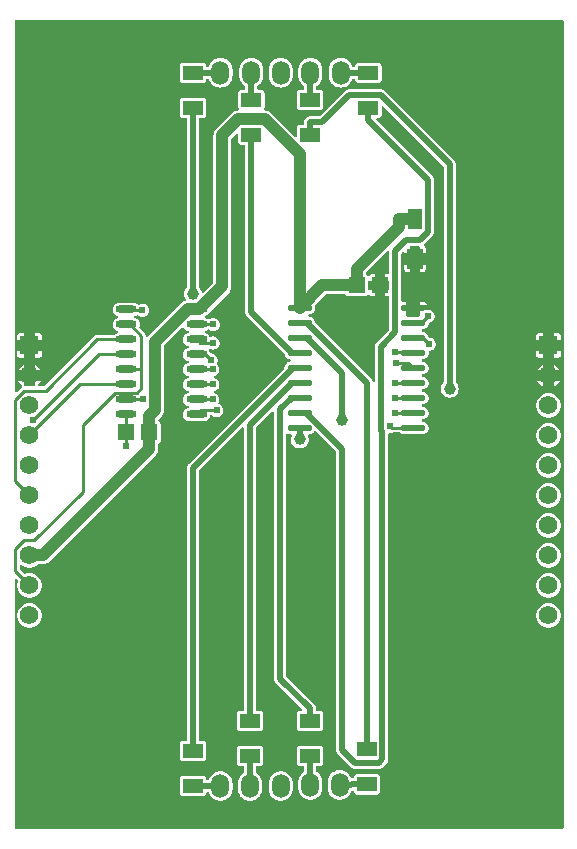
<source format=gtl>
G04 Layer: TopLayer*
G04 EasyEDA v6.5.22, 2023-04-22 10:00:47*
G04 3ca0bc53c497470ea30742e0db75a0e9,0997c0c323a540828c61b468e30a80a1,10*
G04 Gerber Generator version 0.2*
G04 Scale: 100 percent, Rotated: No, Reflected: No *
G04 Dimensions in millimeters *
G04 leading zeros omitted , absolute positions ,4 integer and 5 decimal *
%FSLAX45Y45*%
%MOMM*%

%AMMACRO1*21,1,$1,$2,0,0,$3*%
%ADD10C,1.0000*%
%ADD11C,0.5000*%
%ADD12C,0.2500*%
%ADD13MACRO1,1.296X1.7575X0.0000*%
%ADD14R,1.2960X1.7575*%
%ADD15MACRO1,1.701X1.2075X0.0000*%
%ADD16R,1.7010X1.2075*%
%ADD17O,1.7999964X0.5999988*%
%ADD18O,2.0999958X0.5599938*%
%ADD19MACRO1,1.35X1.41X-90.0000*%
%ADD20MACRO1,1.35X1.41X90.0000*%
%ADD21C,1.5748*%
%ADD22R,1.5748X1.5748*%
%ADD23O,1.524X1.9999959999999999*%
%ADD24C,0.6100*%
%ADD25C,0.0168*%

%LPD*%
G36*
X3765194Y9609582D02*
G01*
X3761333Y9610344D01*
X3758031Y9612528D01*
X3755847Y9615830D01*
X3754526Y9618980D01*
X3752494Y9622891D01*
X3750106Y9626650D01*
X3747414Y9630206D01*
X3744264Y9633610D01*
X3273145Y10104729D01*
X3271113Y10107625D01*
X3270199Y10111028D01*
X3269538Y10118547D01*
X3267100Y10127640D01*
X3263138Y10136124D01*
X3257753Y10143845D01*
X3251149Y10150449D01*
X3243427Y10155834D01*
X3234944Y10159796D01*
X3225850Y10162235D01*
X3222091Y10162590D01*
X3218027Y10163860D01*
X3214827Y10166654D01*
X3213049Y10170566D01*
X3213049Y10174833D01*
X3214827Y10178745D01*
X3218027Y10181539D01*
X3222091Y10182809D01*
X3225850Y10183164D01*
X3234944Y10185603D01*
X3243427Y10189565D01*
X3251149Y10194950D01*
X3257753Y10201554D01*
X3263138Y10209276D01*
X3267100Y10217759D01*
X3269538Y10226852D01*
X3270351Y10236200D01*
X3269538Y10245547D01*
X3268268Y10250424D01*
X3267964Y10253929D01*
X3268878Y10257332D01*
X3270859Y10260228D01*
X3358438Y10347807D01*
X3361740Y10350042D01*
X3365652Y10350804D01*
X3519932Y10350804D01*
X3523284Y10350246D01*
X3526282Y10348569D01*
X3528517Y10346029D01*
X3530396Y10343083D01*
X3534460Y10339019D01*
X3539388Y10335920D01*
X3544824Y10333990D01*
X3551174Y10333278D01*
X3691026Y10333278D01*
X3697325Y10333990D01*
X3702812Y10335920D01*
X3707688Y10339019D01*
X3711803Y10343083D01*
X3715308Y10347147D01*
X3719068Y10348722D01*
X3723132Y10348722D01*
X3726891Y10347147D01*
X3730396Y10343083D01*
X3734511Y10339019D01*
X3739387Y10335920D01*
X3744874Y10333990D01*
X3751173Y10333278D01*
X3779520Y10333278D01*
X3779520Y10386618D01*
X3727653Y10386618D01*
X3723792Y10387380D01*
X3720490Y10389565D01*
X3718255Y10392867D01*
X3717493Y10396778D01*
X3717493Y10456621D01*
X3718255Y10460532D01*
X3720490Y10463834D01*
X3723792Y10466019D01*
X3727653Y10466781D01*
X3779520Y10466781D01*
X3779520Y10520121D01*
X3751173Y10520121D01*
X3744874Y10519410D01*
X3739387Y10517479D01*
X3734511Y10514380D01*
X3730396Y10510316D01*
X3726891Y10506252D01*
X3723132Y10504678D01*
X3719068Y10504678D01*
X3715308Y10506252D01*
X3711803Y10510316D01*
X3707688Y10514380D01*
X3701846Y10518089D01*
X3699408Y10520273D01*
X3697732Y10523067D01*
X3697020Y10528198D01*
X3697732Y10532313D01*
X3699967Y10535818D01*
X3881221Y10717022D01*
X3884472Y10719206D01*
X3888384Y10719968D01*
X3892245Y10719206D01*
X3895547Y10717022D01*
X3897782Y10713720D01*
X3898544Y10709808D01*
X3898544Y10530281D01*
X3897782Y10526369D01*
X3895547Y10523067D01*
X3892245Y10520883D01*
X3888384Y10520121D01*
X3862679Y10520121D01*
X3862679Y10466781D01*
X3888384Y10466781D01*
X3892245Y10466019D01*
X3895547Y10463834D01*
X3897782Y10460532D01*
X3898544Y10456621D01*
X3898544Y10396778D01*
X3897782Y10392867D01*
X3895547Y10389565D01*
X3892245Y10387380D01*
X3888384Y10386618D01*
X3862679Y10386618D01*
X3862679Y10333278D01*
X3888384Y10333278D01*
X3892245Y10332516D01*
X3895547Y10330332D01*
X3897782Y10327030D01*
X3898544Y10323118D01*
X3898544Y10056977D01*
X3897782Y10053116D01*
X3895547Y10049814D01*
X3790442Y9944709D01*
X3787292Y9941255D01*
X3784600Y9937750D01*
X3782212Y9933990D01*
X3780129Y9930028D01*
X3778453Y9925964D01*
X3777132Y9921697D01*
X3776167Y9917379D01*
X3775557Y9912959D01*
X3775354Y9908336D01*
X3775354Y9619742D01*
X3774592Y9615830D01*
X3772408Y9612528D01*
X3769106Y9610344D01*
G37*

%LPD*%
G36*
X736092Y5825896D02*
G01*
X732180Y5826658D01*
X728878Y5828893D01*
X726694Y5832144D01*
X725932Y5836056D01*
X725932Y7932826D01*
X726694Y7936738D01*
X728878Y7940040D01*
X732180Y7942224D01*
X736092Y7942986D01*
X739952Y7942224D01*
X743254Y7940040D01*
X750366Y7932928D01*
X752449Y7929829D01*
X753313Y7926171D01*
X752805Y7922463D01*
X749858Y7913776D01*
X747166Y7900365D01*
X746252Y7886700D01*
X747166Y7873034D01*
X749858Y7859623D01*
X754227Y7846669D01*
X760272Y7834375D01*
X767892Y7822996D01*
X776935Y7812735D01*
X787196Y7803692D01*
X798576Y7796072D01*
X810869Y7790027D01*
X823823Y7785658D01*
X837234Y7782966D01*
X850900Y7782052D01*
X864565Y7782966D01*
X877976Y7785658D01*
X890930Y7790027D01*
X903224Y7796072D01*
X914603Y7803692D01*
X924864Y7812735D01*
X933907Y7822996D01*
X941527Y7834375D01*
X947572Y7846669D01*
X951941Y7859623D01*
X954633Y7873034D01*
X955548Y7886700D01*
X954633Y7900365D01*
X951941Y7913776D01*
X947572Y7926730D01*
X941527Y7939024D01*
X933907Y7950403D01*
X924864Y7960664D01*
X914603Y7969707D01*
X903224Y7977327D01*
X890930Y7983372D01*
X877976Y7987741D01*
X864565Y7990433D01*
X850900Y7991348D01*
X837234Y7990433D01*
X823823Y7987741D01*
X815136Y7984794D01*
X811428Y7984286D01*
X807770Y7985150D01*
X804672Y7987233D01*
X771804Y8020100D01*
X769620Y8023402D01*
X768858Y8027314D01*
X768858Y8051393D01*
X769569Y8055152D01*
X771652Y8058403D01*
X774801Y8060639D01*
X778560Y8061553D01*
X782370Y8060944D01*
X785672Y8059013D01*
X787196Y8057692D01*
X798576Y8050072D01*
X810869Y8044027D01*
X823823Y8039658D01*
X837234Y8036966D01*
X850900Y8036052D01*
X864565Y8036966D01*
X877976Y8039658D01*
X890930Y8044027D01*
X903224Y8050072D01*
X914603Y8057692D01*
X919835Y8062264D01*
X922934Y8064144D01*
X926490Y8064804D01*
X964082Y8064855D01*
X972921Y8065668D01*
X975360Y8066074D01*
X983996Y8068208D01*
X986332Y8068970D01*
X994562Y8072374D01*
X996746Y8073491D01*
X1004366Y8078114D01*
X1013206Y8085175D01*
X1920798Y8992768D01*
X1926488Y8999626D01*
X1927910Y9001658D01*
X1932482Y9009278D01*
X1933600Y9011462D01*
X1937004Y9019692D01*
X1937766Y9022029D01*
X1939899Y9030614D01*
X1940306Y9033052D01*
X1941169Y9041892D01*
X1941220Y9082074D01*
X1941779Y9085427D01*
X1943455Y9088424D01*
X1945995Y9090710D01*
X1951939Y9094419D01*
X1956003Y9098483D01*
X1959102Y9103410D01*
X1960981Y9108846D01*
X1961692Y9115145D01*
X1961692Y9249054D01*
X1960981Y9255353D01*
X1959102Y9260789D01*
X1956003Y9265716D01*
X1951939Y9269780D01*
X1946046Y9273489D01*
X1943607Y9275673D01*
X1941982Y9278467D01*
X1941220Y9283598D01*
X1941880Y9287713D01*
X1944166Y9291218D01*
X1969465Y9316567D01*
X1975154Y9323425D01*
X1976577Y9325406D01*
X1981149Y9333026D01*
X1982266Y9335211D01*
X1985670Y9343440D01*
X1986432Y9345777D01*
X1988566Y9354413D01*
X1988972Y9356852D01*
X1989836Y9365691D01*
X1989886Y9910622D01*
X1990648Y9914534D01*
X1992833Y9917836D01*
X2143099Y10068052D01*
X2146808Y10070439D01*
X2151176Y10070998D01*
X2155342Y10069677D01*
X2158593Y10066680D01*
X2162860Y10060584D01*
X2169769Y10053726D01*
X2177745Y10048138D01*
X2186584Y10044023D01*
X2191004Y10042804D01*
X2194915Y10040772D01*
X2197557Y10037318D01*
X2198522Y10033000D01*
X2197557Y10028682D01*
X2194915Y10025227D01*
X2191004Y10023195D01*
X2186584Y10021976D01*
X2177745Y10017861D01*
X2169769Y10012273D01*
X2162860Y10005415D01*
X2157272Y9997440D01*
X2153158Y9988600D01*
X2150668Y9979202D01*
X2149805Y9969500D01*
X2150668Y9959797D01*
X2153158Y9950399D01*
X2157272Y9941560D01*
X2162860Y9933584D01*
X2169769Y9926726D01*
X2177745Y9921138D01*
X2186584Y9917023D01*
X2191004Y9915804D01*
X2194915Y9913772D01*
X2197557Y9910318D01*
X2198522Y9906000D01*
X2197557Y9901682D01*
X2194915Y9898227D01*
X2191004Y9896195D01*
X2186584Y9894976D01*
X2177745Y9890861D01*
X2169769Y9885273D01*
X2162860Y9878415D01*
X2157272Y9870440D01*
X2153158Y9861600D01*
X2150668Y9852202D01*
X2149805Y9842500D01*
X2150668Y9832797D01*
X2153158Y9823399D01*
X2157272Y9814560D01*
X2162860Y9806584D01*
X2169769Y9799726D01*
X2177745Y9794138D01*
X2186584Y9790023D01*
X2191004Y9788804D01*
X2194915Y9786772D01*
X2197557Y9783318D01*
X2198522Y9779000D01*
X2197557Y9774682D01*
X2194915Y9771227D01*
X2191004Y9769195D01*
X2186584Y9767976D01*
X2177745Y9763861D01*
X2169769Y9758273D01*
X2162860Y9751415D01*
X2157272Y9743440D01*
X2153158Y9734600D01*
X2150668Y9725202D01*
X2149805Y9715500D01*
X2150668Y9705797D01*
X2153158Y9696399D01*
X2157272Y9687560D01*
X2162860Y9679584D01*
X2169769Y9672726D01*
X2177745Y9667138D01*
X2186584Y9663023D01*
X2191004Y9661804D01*
X2194915Y9659772D01*
X2197557Y9656318D01*
X2198522Y9652000D01*
X2197557Y9647682D01*
X2194915Y9644227D01*
X2191004Y9642195D01*
X2186584Y9640976D01*
X2177745Y9636861D01*
X2169769Y9631273D01*
X2162860Y9624415D01*
X2157272Y9616440D01*
X2153158Y9607600D01*
X2150668Y9598202D01*
X2149805Y9588500D01*
X2150668Y9578797D01*
X2153158Y9569399D01*
X2157272Y9560560D01*
X2162860Y9552584D01*
X2169769Y9545726D01*
X2177745Y9540138D01*
X2186584Y9536023D01*
X2191004Y9534804D01*
X2194915Y9532772D01*
X2197557Y9529318D01*
X2198522Y9525000D01*
X2197557Y9520682D01*
X2194915Y9517227D01*
X2191004Y9515195D01*
X2186584Y9513976D01*
X2177745Y9509861D01*
X2169769Y9504273D01*
X2162860Y9497415D01*
X2157272Y9489440D01*
X2153158Y9480600D01*
X2150668Y9471202D01*
X2149805Y9461500D01*
X2150668Y9451797D01*
X2153158Y9442399D01*
X2157272Y9433560D01*
X2162860Y9425584D01*
X2169769Y9418726D01*
X2177745Y9413138D01*
X2186584Y9409023D01*
X2191004Y9407804D01*
X2194915Y9405772D01*
X2197557Y9402318D01*
X2198522Y9398000D01*
X2197557Y9393682D01*
X2194915Y9390227D01*
X2191004Y9388195D01*
X2186584Y9386976D01*
X2177745Y9382861D01*
X2169769Y9377273D01*
X2162860Y9370415D01*
X2157272Y9362440D01*
X2153158Y9353600D01*
X2150668Y9344202D01*
X2149805Y9334500D01*
X2150668Y9324797D01*
X2153158Y9315399D01*
X2157272Y9306560D01*
X2162860Y9298584D01*
X2169769Y9291726D01*
X2177745Y9286138D01*
X2186584Y9282023D01*
X2195982Y9279483D01*
X2206142Y9278569D01*
X2325217Y9278569D01*
X2335377Y9279483D01*
X2344775Y9282023D01*
X2353614Y9286138D01*
X2361590Y9291726D01*
X2368499Y9298584D01*
X2374087Y9306560D01*
X2378202Y9315399D01*
X2380234Y9323070D01*
X2382164Y9326829D01*
X2385415Y9329470D01*
X2389530Y9330588D01*
X2393696Y9329928D01*
X2397252Y9327591D01*
X2398674Y9326118D01*
X2406751Y9320530D01*
X2415641Y9316364D01*
X2425141Y9313824D01*
X2434945Y9312960D01*
X2444699Y9313824D01*
X2454198Y9316364D01*
X2463088Y9320530D01*
X2471166Y9326118D01*
X2478125Y9333077D01*
X2483764Y9341154D01*
X2487879Y9350044D01*
X2490419Y9359544D01*
X2491282Y9369298D01*
X2490419Y9379102D01*
X2487879Y9388602D01*
X2483764Y9397492D01*
X2478125Y9405569D01*
X2471166Y9412528D01*
X2463088Y9418116D01*
X2455976Y9421469D01*
X2452776Y9423806D01*
X2450744Y9427210D01*
X2450134Y9431121D01*
X2451049Y9434982D01*
X2454452Y9442196D01*
X2456992Y9451695D01*
X2457856Y9461500D01*
X2456992Y9471304D01*
X2454452Y9480804D01*
X2450287Y9489694D01*
X2444648Y9497720D01*
X2437688Y9504680D01*
X2429662Y9510318D01*
X2420772Y9514484D01*
X2419045Y9514941D01*
X2415133Y9516973D01*
X2412492Y9520428D01*
X2411526Y9524746D01*
X2412492Y9529013D01*
X2415133Y9532518D01*
X2419045Y9534550D01*
X2422702Y9535515D01*
X2431592Y9539681D01*
X2439670Y9545320D01*
X2446629Y9552279D01*
X2452268Y9560306D01*
X2456383Y9569196D01*
X2458923Y9578695D01*
X2459786Y9588500D01*
X2458923Y9598304D01*
X2456383Y9607804D01*
X2452268Y9616694D01*
X2446629Y9624720D01*
X2439670Y9631680D01*
X2431592Y9637318D01*
X2422702Y9641484D01*
X2419400Y9642348D01*
X2415540Y9644380D01*
X2412847Y9647885D01*
X2411882Y9652152D01*
X2412847Y9656470D01*
X2415540Y9659924D01*
X2419400Y9661956D01*
X2421483Y9662515D01*
X2430373Y9666681D01*
X2438450Y9672320D01*
X2445410Y9679279D01*
X2451049Y9687306D01*
X2455164Y9696196D01*
X2457704Y9705695D01*
X2458567Y9715500D01*
X2457704Y9725304D01*
X2455164Y9734804D01*
X2451049Y9743694D01*
X2445410Y9751720D01*
X2440432Y9756698D01*
X2438196Y9760102D01*
X2437434Y9764166D01*
X2438400Y9768179D01*
X2441702Y9775240D01*
X2444242Y9784740D01*
X2445105Y9794544D01*
X2444242Y9804349D01*
X2441702Y9813848D01*
X2437587Y9822738D01*
X2431948Y9830765D01*
X2424988Y9837724D01*
X2416911Y9843363D01*
X2408021Y9847529D01*
X2398522Y9850069D01*
X2390190Y9850780D01*
X2386787Y9851694D01*
X2383891Y9853726D01*
X2380894Y9856724D01*
X2379268Y9858806D01*
X2378202Y9861600D01*
X2374087Y9870440D01*
X2372614Y9872472D01*
X2370937Y9876536D01*
X2371140Y9880955D01*
X2373172Y9884867D01*
X2376678Y9887508D01*
X2380945Y9888474D01*
X2385263Y9887508D01*
X2386787Y9886797D01*
X2396236Y9884257D01*
X2406040Y9883394D01*
X2415844Y9884257D01*
X2425344Y9886797D01*
X2434234Y9890963D01*
X2442260Y9896602D01*
X2449220Y9903561D01*
X2454859Y9911588D01*
X2459024Y9920478D01*
X2461564Y9929977D01*
X2462428Y9939782D01*
X2461564Y9949586D01*
X2459024Y9959086D01*
X2454859Y9967976D01*
X2449220Y9976002D01*
X2442260Y9982962D01*
X2434234Y9988600D01*
X2425344Y9992766D01*
X2415844Y9995306D01*
X2406040Y9996170D01*
X2396286Y9995306D01*
X2385720Y9992410D01*
X2381554Y9992156D01*
X2377694Y9993579D01*
X2374696Y9996424D01*
X2368448Y10005415D01*
X2361590Y10012273D01*
X2353614Y10017861D01*
X2344775Y10021976D01*
X2340356Y10023195D01*
X2336444Y10025227D01*
X2333802Y10028682D01*
X2332837Y10033000D01*
X2333802Y10037318D01*
X2336444Y10040772D01*
X2340356Y10042804D01*
X2344775Y10044023D01*
X2353614Y10048138D01*
X2359101Y10051948D01*
X2362860Y10053574D01*
X2366975Y10053574D01*
X2370734Y10051948D01*
X2377744Y10047071D01*
X2386634Y10042906D01*
X2396134Y10040366D01*
X2405938Y10039502D01*
X2415692Y10040366D01*
X2425192Y10042906D01*
X2434082Y10047071D01*
X2442159Y10052659D01*
X2449118Y10059619D01*
X2454757Y10067696D01*
X2458872Y10076586D01*
X2461412Y10086086D01*
X2462276Y10095839D01*
X2461412Y10105644D01*
X2458872Y10115143D01*
X2454757Y10124033D01*
X2449118Y10132110D01*
X2442159Y10139070D01*
X2434082Y10144658D01*
X2425192Y10148824D01*
X2415692Y10151364D01*
X2405938Y10152227D01*
X2396134Y10151364D01*
X2386634Y10148824D01*
X2377744Y10144658D01*
X2371648Y10140442D01*
X2367889Y10138816D01*
X2363774Y10138816D01*
X2359964Y10140442D01*
X2353614Y10144861D01*
X2344267Y10149128D01*
X2340406Y10151110D01*
X2337765Y10154513D01*
X2336749Y10158730D01*
X2337562Y10162997D01*
X2340051Y10166502D01*
X2344115Y10170160D01*
X2346655Y10171836D01*
X2353614Y10175087D01*
X2361590Y10180726D01*
X2368499Y10187584D01*
X2374087Y10195560D01*
X2377287Y10202468D01*
X2379319Y10205364D01*
X2540050Y10366197D01*
X2545740Y10373055D01*
X2547162Y10375036D01*
X2551734Y10382656D01*
X2552852Y10384840D01*
X2556256Y10393070D01*
X2557018Y10395407D01*
X2559151Y10404043D01*
X2559558Y10406481D01*
X2560421Y10415320D01*
X2560472Y11664137D01*
X2561234Y11667998D01*
X2563418Y11671300D01*
X2602179Y11710060D01*
X2605481Y11712244D01*
X2609392Y11713057D01*
X2613253Y11712244D01*
X2616555Y11710060D01*
X2618790Y11706758D01*
X2619552Y11702897D01*
X2619552Y11641429D01*
X2620264Y11635079D01*
X2622143Y11629644D01*
X2625242Y11624716D01*
X2629357Y11620652D01*
X2634234Y11617553D01*
X2639720Y11615674D01*
X2646019Y11614962D01*
X2669184Y11614962D01*
X2673096Y11614150D01*
X2676398Y11611965D01*
X2678582Y11608663D01*
X2679344Y11604752D01*
X2676245Y10354970D01*
X2676245Y10204500D01*
X2676448Y10199878D01*
X2677058Y10195458D01*
X2678023Y10191140D01*
X2679344Y10186873D01*
X2681020Y10182809D01*
X2683103Y10178846D01*
X2685491Y10175087D01*
X2688183Y10171582D01*
X2691333Y10168128D01*
X3006445Y9853066D01*
X3008477Y9850170D01*
X3011881Y9836759D01*
X3015843Y9828276D01*
X3021228Y9820554D01*
X3027883Y9813950D01*
X3035554Y9808565D01*
X3044088Y9804603D01*
X3053130Y9802164D01*
X3056890Y9801809D01*
X3061004Y9800539D01*
X3064205Y9797745D01*
X3065932Y9793833D01*
X3065932Y9789566D01*
X3064205Y9785654D01*
X3061004Y9782860D01*
X3056890Y9781590D01*
X3053130Y9781235D01*
X3044088Y9778796D01*
X3035554Y9774834D01*
X3027883Y9769449D01*
X3021228Y9762845D01*
X3015843Y9755124D01*
X3011881Y9746640D01*
X3009442Y9737547D01*
X3008731Y9729063D01*
X3007817Y9725660D01*
X3005785Y9722764D01*
X2199386Y8916365D01*
X2196236Y8912910D01*
X2193493Y8909405D01*
X2191105Y8905646D01*
X2189073Y8901684D01*
X2187397Y8897620D01*
X2186025Y8893352D01*
X2185060Y8889034D01*
X2184501Y8884615D01*
X2184298Y8879992D01*
X2184298Y6581597D01*
X2183536Y6577736D01*
X2181301Y6574434D01*
X2177999Y6572250D01*
X2174138Y6571437D01*
X2150719Y6571437D01*
X2144420Y6570725D01*
X2138934Y6568846D01*
X2134057Y6565747D01*
X2129942Y6561683D01*
X2126843Y6556756D01*
X2124964Y6551320D01*
X2124252Y6544970D01*
X2124252Y6425387D01*
X2124964Y6419037D01*
X2126843Y6413601D01*
X2129942Y6408674D01*
X2134057Y6404610D01*
X2138934Y6401511D01*
X2144420Y6399580D01*
X2150719Y6398869D01*
X2319680Y6398869D01*
X2325979Y6399580D01*
X2331466Y6401511D01*
X2336342Y6404610D01*
X2340457Y6408674D01*
X2343556Y6413601D01*
X2345436Y6419037D01*
X2346147Y6425387D01*
X2346147Y6544970D01*
X2345436Y6551320D01*
X2343556Y6556756D01*
X2340457Y6561683D01*
X2336342Y6565747D01*
X2331466Y6568846D01*
X2325979Y6570725D01*
X2319680Y6571437D01*
X2296261Y6571437D01*
X2292400Y6572250D01*
X2289098Y6574434D01*
X2286863Y6577736D01*
X2286101Y6581597D01*
X2286101Y8854897D01*
X2286863Y8858808D01*
X2289098Y8862060D01*
X2649575Y9222536D01*
X2652826Y9224772D01*
X2656738Y9225534D01*
X2660599Y9224772D01*
X2663901Y9222536D01*
X2666136Y9219234D01*
X2666898Y9215374D01*
X2666898Y6835597D01*
X2666136Y6831736D01*
X2663901Y6828434D01*
X2660599Y6826250D01*
X2656738Y6825437D01*
X2633319Y6825437D01*
X2627020Y6824725D01*
X2621534Y6822846D01*
X2616657Y6819747D01*
X2612542Y6815683D01*
X2609443Y6810756D01*
X2607564Y6805320D01*
X2606852Y6798970D01*
X2606852Y6679387D01*
X2607564Y6673037D01*
X2609443Y6667601D01*
X2612542Y6662674D01*
X2616657Y6658609D01*
X2621534Y6655511D01*
X2627020Y6653580D01*
X2633319Y6652869D01*
X2802280Y6652869D01*
X2808579Y6653580D01*
X2814066Y6655511D01*
X2818942Y6658609D01*
X2823057Y6662674D01*
X2826156Y6667601D01*
X2828036Y6673037D01*
X2828747Y6679387D01*
X2828747Y6798970D01*
X2828036Y6805320D01*
X2826156Y6810756D01*
X2823057Y6815683D01*
X2818942Y6819747D01*
X2814066Y6822846D01*
X2808579Y6824725D01*
X2802280Y6825437D01*
X2778861Y6825437D01*
X2775000Y6826250D01*
X2771698Y6828434D01*
X2769463Y6831736D01*
X2768701Y6835597D01*
X2768701Y9217355D01*
X2769463Y9221266D01*
X2771698Y9224518D01*
X2905760Y9358579D01*
X2909011Y9360814D01*
X2912922Y9361576D01*
X2916783Y9360814D01*
X2920085Y9358579D01*
X2922320Y9355277D01*
X2923082Y9351416D01*
X2923082Y7096607D01*
X2923286Y7091984D01*
X2923844Y7087565D01*
X2924810Y7083247D01*
X2926181Y7078980D01*
X2927858Y7074916D01*
X2929890Y7070953D01*
X2932277Y7067194D01*
X2935020Y7063689D01*
X2938170Y7060234D01*
X3155594Y6842810D01*
X3157778Y6839508D01*
X3158591Y6835597D01*
X3157778Y6831736D01*
X3155594Y6828434D01*
X3152292Y6826250D01*
X3148431Y6825437D01*
X3141319Y6825437D01*
X3135020Y6824725D01*
X3129534Y6822846D01*
X3124657Y6819747D01*
X3120542Y6815683D01*
X3117443Y6810756D01*
X3115564Y6805320D01*
X3114852Y6798970D01*
X3114852Y6679387D01*
X3115564Y6673037D01*
X3117443Y6667601D01*
X3120542Y6662674D01*
X3124657Y6658609D01*
X3129534Y6655511D01*
X3135020Y6653580D01*
X3141319Y6652869D01*
X3310280Y6652869D01*
X3316579Y6653580D01*
X3322065Y6655511D01*
X3326942Y6658609D01*
X3331057Y6662674D01*
X3334156Y6667601D01*
X3336036Y6673037D01*
X3336747Y6679387D01*
X3336747Y6798970D01*
X3336036Y6805320D01*
X3334156Y6810756D01*
X3331057Y6815683D01*
X3326942Y6819747D01*
X3322065Y6822846D01*
X3316579Y6824725D01*
X3310280Y6825437D01*
X3286861Y6825437D01*
X3283000Y6826250D01*
X3279698Y6828434D01*
X3277463Y6831736D01*
X3276701Y6835597D01*
X3276701Y6844385D01*
X3276498Y6849008D01*
X3275939Y6853428D01*
X3274974Y6857746D01*
X3273653Y6862013D01*
X3271926Y6866077D01*
X3269894Y6870039D01*
X3267506Y6873798D01*
X3264814Y6877303D01*
X3261664Y6880758D01*
X3027883Y7114540D01*
X3025648Y7117791D01*
X3024886Y7121702D01*
X3024886Y9162592D01*
X3025698Y9166555D01*
X3027984Y9169908D01*
X3031388Y9172041D01*
X3035401Y9172752D01*
X3039364Y9171787D01*
X3044088Y9169603D01*
X3053130Y9167164D01*
X3061614Y9166402D01*
X3065424Y9165336D01*
X3068472Y9162897D01*
X3070402Y9159443D01*
X3070860Y9155582D01*
X3065627Y9139224D01*
X3063849Y9127744D01*
X3063849Y9116110D01*
X3065627Y9104630D01*
X3069132Y9093555D01*
X3074263Y9083141D01*
X3080969Y9073642D01*
X3088995Y9065260D01*
X3098241Y9058249D01*
X3108452Y9052712D01*
X3119374Y9048750D01*
X3130804Y9046565D01*
X3142386Y9046108D01*
X3153918Y9047429D01*
X3165144Y9050528D01*
X3175762Y9055252D01*
X3185515Y9061602D01*
X3194151Y9069324D01*
X3201568Y9078264D01*
X3207512Y9088272D01*
X3211830Y9099042D01*
X3214471Y9110319D01*
X3215386Y9121902D01*
X3214471Y9133535D01*
X3211830Y9144812D01*
X3208731Y9152483D01*
X3208020Y9156192D01*
X3208680Y9159900D01*
X3210661Y9163100D01*
X3213658Y9165386D01*
X3217265Y9166402D01*
X3225850Y9167164D01*
X3234944Y9169603D01*
X3243427Y9173565D01*
X3251149Y9178950D01*
X3257753Y9185554D01*
X3260953Y9190126D01*
X3264204Y9193123D01*
X3268421Y9194444D01*
X3272790Y9193885D01*
X3276498Y9191498D01*
X3443224Y9024721D01*
X3445459Y9021470D01*
X3446221Y9017558D01*
X3446221Y6493764D01*
X3446424Y6489090D01*
X3446983Y6484721D01*
X3447948Y6480352D01*
X3449320Y6476136D01*
X3450996Y6472021D01*
X3453028Y6468110D01*
X3455415Y6464350D01*
X3458159Y6460794D01*
X3461308Y6457391D01*
X3570224Y6348425D01*
X3573678Y6345275D01*
X3577183Y6342583D01*
X3580942Y6340195D01*
X3584905Y6338112D01*
X3588969Y6336436D01*
X3593236Y6335115D01*
X3597554Y6334150D01*
X3601974Y6333540D01*
X3606596Y6333337D01*
X3809339Y6333337D01*
X3814013Y6333540D01*
X3818432Y6334150D01*
X3822750Y6335115D01*
X3826967Y6336436D01*
X3831082Y6338112D01*
X3835044Y6340195D01*
X3838752Y6342583D01*
X3842308Y6345275D01*
X3845712Y6348425D01*
X3874363Y6377025D01*
X3877513Y6380480D01*
X3880205Y6383985D01*
X3882593Y6387744D01*
X3884625Y6391706D01*
X3886352Y6395770D01*
X3887673Y6400038D01*
X3888638Y6404356D01*
X3889197Y6408775D01*
X3889400Y6413398D01*
X3889400Y9165437D01*
X3890264Y9169552D01*
X3892702Y9172905D01*
X3896309Y9175038D01*
X3911600Y9176308D01*
X3921099Y9178848D01*
X3925417Y9180830D01*
X3929684Y9181795D01*
X3980789Y9181795D01*
X3984599Y9181033D01*
X3995572Y9173565D01*
X4004056Y9169603D01*
X4013149Y9167164D01*
X4022953Y9166301D01*
X4176064Y9166301D01*
X4185869Y9167164D01*
X4194911Y9169603D01*
X4203446Y9173565D01*
X4211116Y9178950D01*
X4217771Y9185554D01*
X4223156Y9193276D01*
X4227118Y9201759D01*
X4229557Y9210852D01*
X4230370Y9220200D01*
X4229557Y9229547D01*
X4227118Y9238640D01*
X4223156Y9247124D01*
X4217771Y9254845D01*
X4211116Y9261449D01*
X4203446Y9266834D01*
X4194911Y9270796D01*
X4185869Y9273235D01*
X4182110Y9273590D01*
X4177995Y9274860D01*
X4174794Y9277654D01*
X4173067Y9281566D01*
X4173067Y9285833D01*
X4174794Y9289745D01*
X4177995Y9292539D01*
X4182110Y9293809D01*
X4185869Y9294164D01*
X4194911Y9296603D01*
X4203446Y9300565D01*
X4211116Y9305950D01*
X4217771Y9312554D01*
X4223156Y9320276D01*
X4227118Y9328759D01*
X4229557Y9337852D01*
X4230370Y9347200D01*
X4229557Y9356547D01*
X4227118Y9365640D01*
X4223156Y9374124D01*
X4217771Y9381845D01*
X4211116Y9388449D01*
X4203446Y9393834D01*
X4194911Y9397796D01*
X4185869Y9400235D01*
X4182110Y9400590D01*
X4177995Y9401860D01*
X4174794Y9404654D01*
X4173067Y9408566D01*
X4173067Y9412833D01*
X4174794Y9416745D01*
X4177995Y9419539D01*
X4182110Y9420809D01*
X4185869Y9421164D01*
X4194911Y9423603D01*
X4203446Y9427565D01*
X4211116Y9432950D01*
X4217771Y9439554D01*
X4223156Y9447276D01*
X4227118Y9455759D01*
X4229557Y9464852D01*
X4230370Y9474200D01*
X4229557Y9483547D01*
X4227118Y9492640D01*
X4223156Y9501124D01*
X4217771Y9508845D01*
X4211116Y9515449D01*
X4203446Y9520834D01*
X4194911Y9524796D01*
X4185869Y9527235D01*
X4182110Y9527590D01*
X4177995Y9528860D01*
X4174794Y9531654D01*
X4173067Y9535566D01*
X4173067Y9539833D01*
X4174794Y9543745D01*
X4177995Y9546539D01*
X4182110Y9547809D01*
X4185869Y9548164D01*
X4194911Y9550603D01*
X4203446Y9554565D01*
X4211116Y9559950D01*
X4217771Y9566554D01*
X4223156Y9574276D01*
X4227118Y9582759D01*
X4229557Y9591852D01*
X4230370Y9601200D01*
X4229557Y9610547D01*
X4227118Y9619640D01*
X4223156Y9628124D01*
X4217771Y9635845D01*
X4211116Y9642449D01*
X4203446Y9647834D01*
X4194911Y9651796D01*
X4185869Y9654235D01*
X4182110Y9654590D01*
X4177995Y9655860D01*
X4174794Y9658654D01*
X4173067Y9662566D01*
X4173067Y9666833D01*
X4174794Y9670745D01*
X4177995Y9673539D01*
X4182110Y9674809D01*
X4185869Y9675164D01*
X4194911Y9677603D01*
X4203446Y9681565D01*
X4211116Y9686950D01*
X4217771Y9693554D01*
X4223156Y9701276D01*
X4227118Y9709759D01*
X4229557Y9718852D01*
X4230370Y9728200D01*
X4229557Y9737547D01*
X4227118Y9746640D01*
X4223156Y9755124D01*
X4217771Y9762845D01*
X4211116Y9769449D01*
X4203446Y9774834D01*
X4194911Y9778796D01*
X4185869Y9781235D01*
X4182110Y9781590D01*
X4177995Y9782860D01*
X4174794Y9785654D01*
X4173067Y9789566D01*
X4173067Y9793833D01*
X4174794Y9797745D01*
X4177995Y9800539D01*
X4182110Y9801809D01*
X4185869Y9802164D01*
X4194911Y9804603D01*
X4203446Y9808565D01*
X4211116Y9813950D01*
X4217771Y9820554D01*
X4223156Y9828276D01*
X4227118Y9836759D01*
X4229557Y9845852D01*
X4230370Y9855200D01*
X4229760Y9862058D01*
X4230217Y9865969D01*
X4232097Y9869474D01*
X4235196Y9871913D01*
X4239006Y9873030D01*
X4245406Y9873589D01*
X4254906Y9876129D01*
X4263796Y9880295D01*
X4271822Y9885934D01*
X4278782Y9892893D01*
X4284421Y9900920D01*
X4288586Y9909810D01*
X4291126Y9919309D01*
X4291990Y9929114D01*
X4291126Y9938918D01*
X4288586Y9948418D01*
X4284421Y9957308D01*
X4278782Y9965334D01*
X4271822Y9972294D01*
X4263796Y9977932D01*
X4254906Y9982098D01*
X4245406Y9984638D01*
X4238142Y9985248D01*
X4234230Y9986416D01*
X4231081Y9989058D01*
X4229252Y9992766D01*
X4227118Y10000640D01*
X4223156Y10009124D01*
X4217771Y10016845D01*
X4211116Y10023449D01*
X4203446Y10028834D01*
X4194911Y10032796D01*
X4185869Y10035235D01*
X4182110Y10035590D01*
X4177995Y10036860D01*
X4174794Y10039654D01*
X4173067Y10043566D01*
X4173067Y10047833D01*
X4174794Y10051745D01*
X4177995Y10054539D01*
X4182110Y10055809D01*
X4185869Y10056164D01*
X4194911Y10058603D01*
X4203446Y10062565D01*
X4211116Y10067950D01*
X4217771Y10074554D01*
X4223156Y10082276D01*
X4227118Y10090759D01*
X4229557Y10099852D01*
X4229709Y10101884D01*
X4230928Y10105847D01*
X4233570Y10108996D01*
X4237228Y10110825D01*
X4244035Y10112654D01*
X4252925Y10116820D01*
X4260951Y10122408D01*
X4267911Y10129367D01*
X4273550Y10137444D01*
X4277715Y10146334D01*
X4280255Y10155834D01*
X4281119Y10165588D01*
X4280255Y10175392D01*
X4277715Y10184892D01*
X4273550Y10193782D01*
X4267911Y10201859D01*
X4260951Y10208818D01*
X4252925Y10214406D01*
X4244035Y10218572D01*
X4234535Y10221112D01*
X4224731Y10221976D01*
X4214926Y10221112D01*
X4205478Y10218572D01*
X4201617Y10216794D01*
X4197350Y10215829D01*
X4158335Y10215829D01*
X4158335Y10173258D01*
X4157573Y10169398D01*
X4155389Y10166096D01*
X4152087Y10163860D01*
X4148175Y10163098D01*
X4050792Y10163098D01*
X4046931Y10163860D01*
X4043629Y10166096D01*
X4041444Y10169398D01*
X4040632Y10173258D01*
X4040632Y10215829D01*
X4010507Y10215829D01*
X4006646Y10216642D01*
X4003344Y10218826D01*
X4001109Y10222128D01*
X4000347Y10225989D01*
X4000347Y10246410D01*
X4001109Y10250271D01*
X4003344Y10253573D01*
X4006646Y10255758D01*
X4010507Y10256570D01*
X4040632Y10256570D01*
X4040632Y10290098D01*
X4022953Y10290098D01*
X4009440Y10288981D01*
X4005884Y10289997D01*
X4002989Y10292283D01*
X4001008Y10295432D01*
X4000347Y10299039D01*
X4000347Y10695127D01*
X4001109Y10699038D01*
X4003344Y10702290D01*
X4006748Y10705744D01*
X4010101Y10707979D01*
X4014114Y10708690D01*
X4018026Y10707827D01*
X4021328Y10705490D01*
X4023461Y10702086D01*
X4076039Y10702086D01*
X4076039Y10752582D01*
X4076801Y10756442D01*
X4079036Y10759744D01*
X4082338Y10761980D01*
X4086199Y10762742D01*
X4143400Y10762742D01*
X4147261Y10761980D01*
X4150563Y10759744D01*
X4152798Y10756442D01*
X4153560Y10752582D01*
X4153560Y10702086D01*
X4205528Y10702086D01*
X4205528Y10739069D01*
X4204817Y10745419D01*
X4202887Y10750854D01*
X4199788Y10755782D01*
X4195724Y10759846D01*
X4193133Y10761472D01*
X4190390Y10764012D01*
X4188764Y10767314D01*
X4188409Y10771022D01*
X4189425Y10774578D01*
X4191914Y10777778D01*
X4260494Y10846358D01*
X4263644Y10849813D01*
X4266336Y10853318D01*
X4268724Y10857077D01*
X4270806Y10861040D01*
X4272483Y10865104D01*
X4273804Y10869371D01*
X4274769Y10873689D01*
X4275378Y10878108D01*
X4275582Y10882731D01*
X4275582Y11320627D01*
X4275378Y11325301D01*
X4274769Y11329670D01*
X4273804Y11334038D01*
X4272483Y11338255D01*
X4270806Y11342370D01*
X4268724Y11346281D01*
X4266336Y11350040D01*
X4263644Y11353596D01*
X4260494Y11357000D01*
X3791305Y11826189D01*
X3789121Y11829491D01*
X3788359Y11833402D01*
X3789121Y11837263D01*
X3791305Y11840565D01*
X3794607Y11842750D01*
X3798519Y11843562D01*
X3805580Y11843562D01*
X3811879Y11844274D01*
X3817365Y11846153D01*
X3822242Y11849252D01*
X3826357Y11853316D01*
X3829456Y11858244D01*
X3831336Y11863679D01*
X3832047Y11870029D01*
X3832047Y11933834D01*
X3832809Y11937746D01*
X3835044Y11941048D01*
X3838346Y11943232D01*
X3842207Y11943994D01*
X3846118Y11943232D01*
X3849420Y11941048D01*
X4354017Y11436400D01*
X4356201Y11433149D01*
X4356963Y11429238D01*
X4356963Y9612528D01*
X4356252Y9608718D01*
X4354169Y9605467D01*
X4349343Y9600488D01*
X4342688Y9590989D01*
X4337507Y9580575D01*
X4334002Y9569500D01*
X4332224Y9558020D01*
X4332224Y9546386D01*
X4334002Y9534906D01*
X4337507Y9523831D01*
X4342688Y9513417D01*
X4349343Y9503918D01*
X4357420Y9495536D01*
X4366666Y9488525D01*
X4376877Y9482988D01*
X4387799Y9479026D01*
X4399178Y9476841D01*
X4410811Y9476384D01*
X4422343Y9477705D01*
X4433519Y9480804D01*
X4444136Y9485528D01*
X4453890Y9491878D01*
X4462576Y9499600D01*
X4469942Y9508540D01*
X4475886Y9518548D01*
X4480255Y9529318D01*
X4482896Y9540595D01*
X4483760Y9552178D01*
X4482896Y9563811D01*
X4480255Y9575088D01*
X4475886Y9585858D01*
X4469942Y9595866D01*
X4462221Y9605162D01*
X4459681Y9608566D01*
X4458817Y9612731D01*
X4458817Y11454333D01*
X4458614Y11458956D01*
X4458004Y11463375D01*
X4457039Y11467693D01*
X4455718Y11471960D01*
X4454042Y11476024D01*
X4451959Y11479987D01*
X4449572Y11483746D01*
X4446879Y11487251D01*
X4443730Y11490706D01*
X3863340Y12071096D01*
X3859885Y12074245D01*
X3856380Y12076938D01*
X3852621Y12079325D01*
X3848658Y12081408D01*
X3844594Y12083084D01*
X3840327Y12084405D01*
X3836009Y12085370D01*
X3831590Y12085980D01*
X3826967Y12086183D01*
X3560064Y12086183D01*
X3555390Y12085980D01*
X3551021Y12085370D01*
X3546652Y12084405D01*
X3542436Y12083084D01*
X3538321Y12081408D01*
X3534410Y12079325D01*
X3530650Y12076938D01*
X3527145Y12074245D01*
X3523691Y12071096D01*
X3313125Y11860530D01*
X3309823Y11858294D01*
X3305911Y11857532D01*
X3226257Y11857532D01*
X3216960Y11856720D01*
X3208426Y11854434D01*
X3200349Y11850674D01*
X3193084Y11845594D01*
X3186836Y11839346D01*
X3181756Y11832082D01*
X3177997Y11824004D01*
X3175711Y11815470D01*
X3174898Y11806174D01*
X3174898Y11797690D01*
X3174136Y11793778D01*
X3171901Y11790476D01*
X3168599Y11788292D01*
X3164738Y11787530D01*
X3141319Y11787530D01*
X3135020Y11786819D01*
X3129534Y11784888D01*
X3124657Y11781790D01*
X3120542Y11777726D01*
X3117443Y11772798D01*
X3115564Y11767362D01*
X3114852Y11761012D01*
X3114852Y11693245D01*
X3114090Y11689334D01*
X3111855Y11686032D01*
X3108553Y11683847D01*
X3104692Y11683085D01*
X3100781Y11683847D01*
X3097479Y11686032D01*
X2896311Y11887149D01*
X2889453Y11892838D01*
X2887472Y11894261D01*
X2879852Y11898833D01*
X2877667Y11899950D01*
X2869438Y11903354D01*
X2867101Y11904116D01*
X2858465Y11906250D01*
X2856128Y11906656D01*
X2845155Y11907570D01*
X2841193Y11908739D01*
X2838043Y11911380D01*
X2836164Y11915089D01*
X2835960Y11919204D01*
X2837383Y11923115D01*
X2838856Y11925401D01*
X2840736Y11930837D01*
X2841447Y11937187D01*
X2841447Y12056770D01*
X2840736Y12063120D01*
X2838856Y12068556D01*
X2835757Y12073483D01*
X2831642Y12077547D01*
X2826766Y12080646D01*
X2821279Y12082526D01*
X2814980Y12083237D01*
X2791561Y12083237D01*
X2787700Y12084050D01*
X2784398Y12086234D01*
X2782163Y12089536D01*
X2781401Y12093397D01*
X2781401Y12111786D01*
X2781960Y12115038D01*
X2783535Y12117984D01*
X2785922Y12120219D01*
X2790088Y12123013D01*
X2800146Y12131852D01*
X2808935Y12141860D01*
X2816352Y12152985D01*
X2822295Y12164923D01*
X2826562Y12177572D01*
X2829153Y12190679D01*
X2830068Y12204344D01*
X2830068Y12251283D01*
X2829153Y12264948D01*
X2826562Y12278055D01*
X2822295Y12290704D01*
X2816352Y12302642D01*
X2808935Y12313767D01*
X2800146Y12323775D01*
X2790088Y12332614D01*
X2779014Y12340031D01*
X2767025Y12345924D01*
X2754376Y12350242D01*
X2741269Y12352832D01*
X2727960Y12353696D01*
X2714650Y12352832D01*
X2701544Y12350242D01*
X2688894Y12345924D01*
X2676906Y12340031D01*
X2665831Y12332614D01*
X2655773Y12323775D01*
X2646984Y12313767D01*
X2639568Y12302642D01*
X2633624Y12290704D01*
X2629357Y12278055D01*
X2626766Y12264948D01*
X2625852Y12251283D01*
X2625852Y12204344D01*
X2626766Y12190679D01*
X2629357Y12177572D01*
X2633624Y12164923D01*
X2639568Y12152985D01*
X2646984Y12141860D01*
X2655773Y12131852D01*
X2665831Y12123013D01*
X2675077Y12116816D01*
X2677515Y12114580D01*
X2679039Y12111634D01*
X2679598Y12108383D01*
X2679598Y12093397D01*
X2678836Y12089536D01*
X2676601Y12086234D01*
X2673299Y12084050D01*
X2669438Y12083237D01*
X2646019Y12083237D01*
X2639720Y12082526D01*
X2634234Y12080646D01*
X2629357Y12077547D01*
X2625242Y12073483D01*
X2622143Y12068556D01*
X2620264Y12063120D01*
X2619552Y12056770D01*
X2619552Y11937187D01*
X2620264Y11930837D01*
X2622143Y11925401D01*
X2623616Y11923115D01*
X2625039Y11919204D01*
X2624836Y11915089D01*
X2622956Y11911380D01*
X2619806Y11908739D01*
X2615844Y11907570D01*
X2604871Y11906656D01*
X2602484Y11906250D01*
X2593898Y11904116D01*
X2591562Y11903354D01*
X2583332Y11899950D01*
X2581148Y11898833D01*
X2573528Y11894261D01*
X2571496Y11892838D01*
X2564688Y11887149D01*
X2429052Y11751564D01*
X2423363Y11744706D01*
X2421940Y11742674D01*
X2417368Y11735054D01*
X2416251Y11732869D01*
X2412847Y11724640D01*
X2412085Y11722303D01*
X2409952Y11713718D01*
X2409545Y11711279D01*
X2408682Y11702440D01*
X2408631Y10453624D01*
X2407869Y10449712D01*
X2405684Y10446410D01*
X2326335Y10367060D01*
X2322728Y10364724D01*
X2318461Y10364114D01*
X2314346Y10365282D01*
X2311095Y10368076D01*
X2309215Y10371937D01*
X2307539Y10379151D01*
X2303221Y10389920D01*
X2297277Y10399928D01*
X2289505Y10409224D01*
X2287016Y10412628D01*
X2286101Y10416794D01*
X2286101Y11833402D01*
X2286863Y11837263D01*
X2289098Y11840565D01*
X2292400Y11842750D01*
X2296261Y11843562D01*
X2319680Y11843562D01*
X2325979Y11844274D01*
X2331466Y11846153D01*
X2336342Y11849252D01*
X2340457Y11853316D01*
X2343556Y11858244D01*
X2345436Y11863679D01*
X2346147Y11870029D01*
X2346147Y11989612D01*
X2345436Y11995962D01*
X2343556Y12001398D01*
X2340457Y12006326D01*
X2336342Y12010390D01*
X2331466Y12013488D01*
X2325979Y12015419D01*
X2319680Y12016130D01*
X2150719Y12016130D01*
X2144420Y12015419D01*
X2138934Y12013488D01*
X2134057Y12010390D01*
X2129942Y12006326D01*
X2126843Y12001398D01*
X2124964Y11995962D01*
X2124252Y11989612D01*
X2124252Y11870029D01*
X2124964Y11863679D01*
X2126843Y11858244D01*
X2129942Y11853316D01*
X2134057Y11849252D01*
X2138934Y11846153D01*
X2144420Y11844274D01*
X2150719Y11843562D01*
X2174138Y11843562D01*
X2177999Y11842750D01*
X2181301Y11840565D01*
X2183536Y11837263D01*
X2184298Y11833402D01*
X2184298Y10416590D01*
X2183536Y10412780D01*
X2181453Y10409529D01*
X2176678Y10404551D01*
X2169972Y10395051D01*
X2164842Y10384637D01*
X2161336Y10373563D01*
X2159558Y10362082D01*
X2159558Y10350449D01*
X2161336Y10338968D01*
X2164842Y10327894D01*
X2169972Y10317480D01*
X2174138Y10311587D01*
X2175662Y10308132D01*
X2175865Y10304373D01*
X2174697Y10300817D01*
X2172309Y10297922D01*
X2169007Y10296093D01*
X2166315Y10295229D01*
X2158085Y10291826D01*
X2155901Y10290708D01*
X2146249Y10284663D01*
X2139442Y10279024D01*
X1858467Y9998049D01*
X1853895Y9992563D01*
X1850847Y9990074D01*
X1847037Y9988905D01*
X1843125Y9989312D01*
X1839620Y9991191D01*
X1837131Y9994239D01*
X1835962Y9998049D01*
X1835150Y10006330D01*
X1832965Y10013543D01*
X1829409Y10020198D01*
X1824329Y10026396D01*
X1785518Y10065207D01*
X1783232Y10068610D01*
X1782521Y10072674D01*
X1786331Y10086797D01*
X1787194Y10096500D01*
X1786331Y10106202D01*
X1783842Y10115600D01*
X1779727Y10124440D01*
X1774139Y10132415D01*
X1767230Y10139273D01*
X1759254Y10144861D01*
X1750415Y10148976D01*
X1745996Y10150195D01*
X1742084Y10152227D01*
X1739442Y10155682D01*
X1738477Y10160000D01*
X1739442Y10164318D01*
X1742084Y10167772D01*
X1745996Y10169804D01*
X1750415Y10170972D01*
X1760220Y10175595D01*
X1763674Y10176560D01*
X1767179Y10176205D01*
X1770430Y10174681D01*
X1779473Y10168280D01*
X1788363Y10164165D01*
X1797812Y10161625D01*
X1807616Y10160762D01*
X1817420Y10161625D01*
X1826920Y10164165D01*
X1835810Y10168331D01*
X1843836Y10173919D01*
X1850796Y10180878D01*
X1856435Y10188956D01*
X1860600Y10197846D01*
X1863140Y10207345D01*
X1864004Y10217099D01*
X1863140Y10226903D01*
X1860600Y10236403D01*
X1856435Y10245293D01*
X1850796Y10253370D01*
X1843836Y10260330D01*
X1835810Y10265918D01*
X1826920Y10270083D01*
X1817420Y10272623D01*
X1807616Y10273487D01*
X1797812Y10272623D01*
X1788363Y10270083D01*
X1775663Y10264292D01*
X1771548Y10264292D01*
X1767738Y10265918D01*
X1759254Y10271861D01*
X1750415Y10275976D01*
X1741017Y10278516D01*
X1730857Y10279430D01*
X1611782Y10279430D01*
X1601622Y10278516D01*
X1592224Y10275976D01*
X1583385Y10271861D01*
X1575409Y10266273D01*
X1568500Y10259415D01*
X1562912Y10251440D01*
X1558798Y10242600D01*
X1556308Y10233202D01*
X1555445Y10223500D01*
X1556308Y10213797D01*
X1558798Y10204399D01*
X1562912Y10195560D01*
X1568500Y10187584D01*
X1575409Y10180726D01*
X1583385Y10175138D01*
X1592224Y10171023D01*
X1596644Y10169804D01*
X1600555Y10167772D01*
X1603197Y10164318D01*
X1604162Y10160000D01*
X1603197Y10155682D01*
X1600555Y10152227D01*
X1596644Y10150195D01*
X1592224Y10148976D01*
X1583385Y10144861D01*
X1575409Y10139273D01*
X1568500Y10132415D01*
X1562912Y10124440D01*
X1558798Y10115600D01*
X1556308Y10106202D01*
X1555445Y10096500D01*
X1556308Y10086797D01*
X1558798Y10077399D01*
X1562912Y10068560D01*
X1568500Y10060584D01*
X1575409Y10053726D01*
X1583385Y10048138D01*
X1592224Y10044023D01*
X1596644Y10042804D01*
X1600555Y10040772D01*
X1603197Y10037318D01*
X1604162Y10033000D01*
X1603197Y10028682D01*
X1600555Y10025227D01*
X1596644Y10023195D01*
X1592224Y10021976D01*
X1583385Y10017861D01*
X1575409Y10012273D01*
X1573987Y10010902D01*
X1570685Y10008666D01*
X1566824Y10007904D01*
X1424279Y10007904D01*
X1416304Y10007142D01*
X1409090Y10004958D01*
X1402486Y10001402D01*
X1396238Y9996322D01*
X976528Y9576562D01*
X973226Y9574377D01*
X969365Y9573615D01*
X932281Y9573615D01*
X928522Y9574326D01*
X925271Y9576409D01*
X923036Y9579559D01*
X922121Y9583318D01*
X922680Y9587128D01*
X924661Y9590430D01*
X933907Y9600996D01*
X941527Y9612376D01*
X944778Y9618980D01*
X896619Y9618980D01*
X896619Y9583775D01*
X895858Y9579864D01*
X893622Y9576562D01*
X890371Y9574377D01*
X886460Y9573615D01*
X815340Y9573615D01*
X811428Y9574377D01*
X808177Y9576562D01*
X805942Y9579864D01*
X805180Y9583775D01*
X805180Y9618980D01*
X757021Y9618980D01*
X760272Y9612376D01*
X767892Y9600996D01*
X776935Y9590735D01*
X786384Y9582404D01*
X788974Y9578898D01*
X789838Y9574580D01*
X788873Y9570364D01*
X786130Y9566910D01*
X780135Y9561982D01*
X743254Y9525101D01*
X739952Y9522866D01*
X736092Y9522104D01*
X732180Y9522866D01*
X728878Y9525101D01*
X726694Y9528403D01*
X725932Y9532264D01*
X725932Y12663881D01*
X726694Y12667792D01*
X728878Y12671094D01*
X732180Y12673279D01*
X736092Y12674041D01*
X5363921Y12674041D01*
X5367832Y12673279D01*
X5371084Y12671094D01*
X5373319Y12667792D01*
X5374081Y12663881D01*
X5374081Y5836056D01*
X5373319Y5832144D01*
X5371084Y5828893D01*
X5367832Y5826658D01*
X5363921Y5825896D01*
G37*

%LPC*%
G36*
X2718054Y6062065D02*
G01*
X2731363Y6062929D01*
X2744470Y6065520D01*
X2757119Y6069838D01*
X2769108Y6075730D01*
X2780182Y6083147D01*
X2790240Y6091986D01*
X2799029Y6101994D01*
X2806446Y6113119D01*
X2812389Y6125057D01*
X2816656Y6137706D01*
X2819247Y6150813D01*
X2820162Y6164478D01*
X2820162Y6211417D01*
X2819247Y6225082D01*
X2816656Y6238189D01*
X2812389Y6250838D01*
X2806446Y6262776D01*
X2799029Y6273901D01*
X2790240Y6283909D01*
X2780182Y6292748D01*
X2773222Y6297422D01*
X2770835Y6299657D01*
X2769260Y6302603D01*
X2768701Y6305854D01*
X2768701Y6347002D01*
X2769463Y6350863D01*
X2771698Y6354165D01*
X2775000Y6356350D01*
X2778861Y6357162D01*
X2802280Y6357162D01*
X2808579Y6357874D01*
X2814066Y6359753D01*
X2818942Y6362852D01*
X2823057Y6366916D01*
X2826156Y6371844D01*
X2828036Y6377279D01*
X2828747Y6383629D01*
X2828747Y6503212D01*
X2828036Y6509562D01*
X2826156Y6514998D01*
X2823057Y6519926D01*
X2818942Y6523990D01*
X2814066Y6527088D01*
X2808579Y6529019D01*
X2802280Y6529730D01*
X2633319Y6529730D01*
X2627020Y6529019D01*
X2621534Y6527088D01*
X2616657Y6523990D01*
X2612542Y6519926D01*
X2609443Y6514998D01*
X2607564Y6509562D01*
X2606852Y6503212D01*
X2606852Y6383629D01*
X2607564Y6377279D01*
X2609443Y6371844D01*
X2612542Y6366916D01*
X2616657Y6362852D01*
X2621534Y6359753D01*
X2627020Y6357874D01*
X2633319Y6357162D01*
X2656738Y6357162D01*
X2660599Y6356350D01*
X2663901Y6354165D01*
X2666136Y6350863D01*
X2666898Y6347002D01*
X2666898Y6305499D01*
X2666339Y6302248D01*
X2664815Y6299301D01*
X2662377Y6297066D01*
X2655925Y6292748D01*
X2645867Y6283909D01*
X2637078Y6273901D01*
X2629662Y6262776D01*
X2623718Y6250838D01*
X2619451Y6238189D01*
X2616860Y6225082D01*
X2615946Y6211417D01*
X2615946Y6164478D01*
X2616860Y6150813D01*
X2619451Y6137706D01*
X2623718Y6125057D01*
X2629662Y6113119D01*
X2637078Y6101994D01*
X2645867Y6091986D01*
X2655925Y6083147D01*
X2667000Y6075730D01*
X2678988Y6069838D01*
X2691638Y6065520D01*
X2704744Y6062929D01*
G37*
G36*
X2977896Y6062319D02*
G01*
X2991205Y6063183D01*
X3004312Y6065774D01*
X3016961Y6070092D01*
X3028950Y6075984D01*
X3040024Y6083401D01*
X3050082Y6092240D01*
X3058871Y6102248D01*
X3066288Y6113373D01*
X3072231Y6125311D01*
X3076498Y6137960D01*
X3079089Y6151067D01*
X3080004Y6164732D01*
X3080004Y6211671D01*
X3079089Y6225336D01*
X3076498Y6238443D01*
X3072231Y6251092D01*
X3066288Y6263030D01*
X3058871Y6274155D01*
X3050082Y6284163D01*
X3040024Y6293002D01*
X3028950Y6300419D01*
X3016961Y6306312D01*
X3004312Y6310630D01*
X2991205Y6313220D01*
X2977896Y6314084D01*
X2964586Y6313220D01*
X2951480Y6310630D01*
X2938830Y6306312D01*
X2926842Y6300419D01*
X2915767Y6293002D01*
X2905709Y6284163D01*
X2896920Y6274155D01*
X2889504Y6263030D01*
X2883560Y6251092D01*
X2879293Y6238443D01*
X2876702Y6225336D01*
X2875788Y6211671D01*
X2875788Y6164732D01*
X2876702Y6151067D01*
X2879293Y6137960D01*
X2883560Y6125311D01*
X2889504Y6113373D01*
X2896920Y6102248D01*
X2905709Y6092240D01*
X2915767Y6083401D01*
X2926842Y6075984D01*
X2938830Y6070092D01*
X2951480Y6065774D01*
X2964586Y6063183D01*
G37*
G36*
X2467864Y6062319D02*
G01*
X2481173Y6063183D01*
X2494280Y6065774D01*
X2506929Y6070092D01*
X2518918Y6075984D01*
X2529992Y6083401D01*
X2540050Y6092240D01*
X2548839Y6102248D01*
X2556256Y6113373D01*
X2562199Y6125311D01*
X2566466Y6137960D01*
X2569057Y6151067D01*
X2569972Y6164732D01*
X2569972Y6211671D01*
X2569057Y6225336D01*
X2566466Y6238443D01*
X2562199Y6251092D01*
X2556256Y6263030D01*
X2548839Y6274155D01*
X2540050Y6284163D01*
X2529992Y6293002D01*
X2518918Y6300419D01*
X2506929Y6306312D01*
X2494280Y6310630D01*
X2481173Y6313220D01*
X2467864Y6314084D01*
X2454554Y6313220D01*
X2441448Y6310630D01*
X2428798Y6306312D01*
X2416810Y6300419D01*
X2405735Y6293002D01*
X2395677Y6284163D01*
X2386888Y6274155D01*
X2379472Y6263030D01*
X2373528Y6251092D01*
X2372258Y6247231D01*
X2370124Y6243624D01*
X2366721Y6241186D01*
X2362606Y6240322D01*
X2356256Y6240322D01*
X2352598Y6240983D01*
X2349449Y6242913D01*
X2347214Y6245809D01*
X2346147Y6249365D01*
X2345436Y6255562D01*
X2343556Y6260998D01*
X2340457Y6265926D01*
X2336342Y6269990D01*
X2331466Y6273088D01*
X2325979Y6275019D01*
X2319680Y6275730D01*
X2150719Y6275730D01*
X2144420Y6275019D01*
X2138934Y6273088D01*
X2134057Y6269990D01*
X2129942Y6265926D01*
X2126843Y6260998D01*
X2124964Y6255562D01*
X2124252Y6249212D01*
X2124252Y6129629D01*
X2124964Y6123279D01*
X2126843Y6117844D01*
X2129942Y6112916D01*
X2134057Y6108852D01*
X2138934Y6105753D01*
X2144420Y6103874D01*
X2150719Y6103162D01*
X2319680Y6103162D01*
X2325979Y6103874D01*
X2331466Y6105753D01*
X2336342Y6108852D01*
X2340457Y6112916D01*
X2343556Y6117844D01*
X2345436Y6123279D01*
X2346096Y6129172D01*
X2347315Y6132931D01*
X2349855Y6135979D01*
X2353411Y6137808D01*
X2357323Y6138113D01*
X2363266Y6137452D01*
X2366924Y6136335D01*
X2369870Y6133947D01*
X2371750Y6130645D01*
X2373528Y6125311D01*
X2379472Y6113373D01*
X2386888Y6102248D01*
X2395677Y6092240D01*
X2405735Y6083401D01*
X2416810Y6075984D01*
X2428798Y6070092D01*
X2441448Y6065774D01*
X2454554Y6063183D01*
G37*
G36*
X3227832Y6072225D02*
G01*
X3241141Y6073089D01*
X3254248Y6075680D01*
X3266897Y6079998D01*
X3278886Y6085890D01*
X3289960Y6093307D01*
X3300018Y6102146D01*
X3308807Y6112154D01*
X3316224Y6123279D01*
X3322167Y6135217D01*
X3326434Y6147866D01*
X3329025Y6160973D01*
X3329940Y6174638D01*
X3329940Y6221577D01*
X3329025Y6235242D01*
X3326434Y6248349D01*
X3322167Y6260998D01*
X3316224Y6272936D01*
X3308807Y6284061D01*
X3300018Y6294069D01*
X3289960Y6302908D01*
X3281222Y6308750D01*
X3278835Y6310985D01*
X3277260Y6313932D01*
X3276701Y6317183D01*
X3276701Y6347002D01*
X3277463Y6350863D01*
X3279698Y6354165D01*
X3283000Y6356350D01*
X3286861Y6357162D01*
X3310280Y6357162D01*
X3316579Y6357874D01*
X3322065Y6359753D01*
X3326942Y6362852D01*
X3331057Y6366916D01*
X3334156Y6371844D01*
X3336036Y6377279D01*
X3336747Y6383629D01*
X3336747Y6503212D01*
X3336036Y6509562D01*
X3334156Y6514998D01*
X3331057Y6519926D01*
X3326942Y6523990D01*
X3322065Y6527088D01*
X3316579Y6529019D01*
X3310280Y6529730D01*
X3141319Y6529730D01*
X3135020Y6529019D01*
X3129534Y6527088D01*
X3124657Y6523990D01*
X3120542Y6519926D01*
X3117443Y6514998D01*
X3115564Y6509562D01*
X3114852Y6503212D01*
X3114852Y6383629D01*
X3115564Y6377279D01*
X3117443Y6371844D01*
X3120542Y6366916D01*
X3124657Y6362852D01*
X3129534Y6359753D01*
X3135020Y6357874D01*
X3141319Y6357162D01*
X3164738Y6357162D01*
X3168599Y6356350D01*
X3171901Y6354165D01*
X3174136Y6350863D01*
X3174898Y6347002D01*
X3174898Y6314490D01*
X3174339Y6311239D01*
X3172815Y6308293D01*
X3170377Y6306058D01*
X3165703Y6302908D01*
X3155645Y6294069D01*
X3146856Y6284061D01*
X3139440Y6272936D01*
X3133496Y6260998D01*
X3129229Y6248349D01*
X3126638Y6235242D01*
X3125724Y6221577D01*
X3125724Y6174638D01*
X3126638Y6160973D01*
X3129229Y6147866D01*
X3133496Y6135217D01*
X3139440Y6123279D01*
X3146856Y6112154D01*
X3155645Y6102146D01*
X3165703Y6093307D01*
X3176778Y6085890D01*
X3188766Y6079998D01*
X3201416Y6075680D01*
X3214522Y6073089D01*
G37*
G36*
X3477768Y6072225D02*
G01*
X3491077Y6073089D01*
X3504184Y6075680D01*
X3516833Y6079998D01*
X3528822Y6085890D01*
X3539896Y6093307D01*
X3549954Y6102146D01*
X3558743Y6112154D01*
X3566160Y6123279D01*
X3572103Y6135217D01*
X3574084Y6141110D01*
X3575761Y6144209D01*
X3578351Y6146495D01*
X3581603Y6147816D01*
X3585413Y6148578D01*
X3589528Y6148628D01*
X3593337Y6146952D01*
X3596182Y6143955D01*
X3597554Y6140043D01*
X3598113Y6136132D01*
X3600043Y6130544D01*
X3603142Y6125616D01*
X3607257Y6121552D01*
X3612134Y6118453D01*
X3617620Y6116574D01*
X3623919Y6115862D01*
X3792880Y6115862D01*
X3799179Y6116574D01*
X3804665Y6118453D01*
X3809542Y6121552D01*
X3813657Y6125616D01*
X3816756Y6130544D01*
X3818636Y6135979D01*
X3819347Y6142329D01*
X3819347Y6261912D01*
X3818636Y6268262D01*
X3816756Y6273698D01*
X3813657Y6278626D01*
X3809542Y6282690D01*
X3804665Y6285788D01*
X3799179Y6287719D01*
X3792880Y6288430D01*
X3623919Y6288430D01*
X3617620Y6287719D01*
X3612134Y6285788D01*
X3607257Y6282690D01*
X3603142Y6278626D01*
X3600043Y6273698D01*
X3598164Y6268262D01*
X3597452Y6262065D01*
X3596386Y6258509D01*
X3594150Y6255613D01*
X3591001Y6253683D01*
X3587343Y6253022D01*
X3582060Y6253022D01*
X3577945Y6253886D01*
X3574592Y6256324D01*
X3566160Y6272936D01*
X3558743Y6284061D01*
X3549954Y6294069D01*
X3539896Y6302908D01*
X3528822Y6310325D01*
X3516833Y6316218D01*
X3504184Y6320536D01*
X3491077Y6323126D01*
X3477768Y6323990D01*
X3464458Y6323126D01*
X3451351Y6320536D01*
X3438702Y6316218D01*
X3426714Y6310325D01*
X3415639Y6302908D01*
X3405581Y6294069D01*
X3396792Y6284061D01*
X3389376Y6272936D01*
X3383432Y6260998D01*
X3379165Y6248349D01*
X3376574Y6235242D01*
X3375660Y6221577D01*
X3375660Y6174638D01*
X3376574Y6160973D01*
X3379165Y6147866D01*
X3383432Y6135217D01*
X3389376Y6123279D01*
X3396792Y6112154D01*
X3405581Y6102146D01*
X3415639Y6093307D01*
X3426714Y6085890D01*
X3438702Y6079998D01*
X3451351Y6075680D01*
X3464458Y6073089D01*
G37*
G36*
X850900Y7528052D02*
G01*
X864565Y7528966D01*
X877976Y7531658D01*
X890930Y7536027D01*
X903224Y7542072D01*
X914603Y7549692D01*
X924864Y7558735D01*
X933907Y7568996D01*
X941527Y7580375D01*
X947572Y7592669D01*
X951941Y7605623D01*
X954633Y7619034D01*
X955548Y7632700D01*
X954633Y7646365D01*
X951941Y7659776D01*
X947572Y7672730D01*
X941527Y7685024D01*
X933907Y7696403D01*
X924864Y7706664D01*
X914603Y7715707D01*
X903224Y7723327D01*
X890930Y7729372D01*
X877976Y7733741D01*
X864565Y7736433D01*
X850900Y7737348D01*
X837234Y7736433D01*
X823823Y7733741D01*
X810869Y7729372D01*
X798576Y7723327D01*
X787196Y7715707D01*
X776935Y7706664D01*
X767892Y7696403D01*
X760272Y7685024D01*
X754227Y7672730D01*
X749858Y7659776D01*
X747166Y7646365D01*
X746252Y7632700D01*
X747166Y7619034D01*
X749858Y7605623D01*
X754227Y7592669D01*
X760272Y7580375D01*
X767892Y7568996D01*
X776935Y7558735D01*
X787196Y7549692D01*
X798576Y7542072D01*
X810869Y7536027D01*
X823823Y7531658D01*
X837234Y7528966D01*
G37*
G36*
X5245100Y7528052D02*
G01*
X5258765Y7528966D01*
X5272176Y7531658D01*
X5285130Y7536027D01*
X5297424Y7542072D01*
X5308803Y7549692D01*
X5319064Y7558735D01*
X5328107Y7568996D01*
X5335727Y7580375D01*
X5341772Y7592669D01*
X5346141Y7605623D01*
X5348833Y7619034D01*
X5349748Y7632700D01*
X5348833Y7646365D01*
X5346141Y7659776D01*
X5341772Y7672730D01*
X5335727Y7685024D01*
X5328107Y7696403D01*
X5319064Y7706664D01*
X5308803Y7715707D01*
X5297424Y7723327D01*
X5285130Y7729372D01*
X5272176Y7733741D01*
X5258765Y7736433D01*
X5245100Y7737348D01*
X5231434Y7736433D01*
X5218023Y7733741D01*
X5205069Y7729372D01*
X5192776Y7723327D01*
X5181396Y7715707D01*
X5171135Y7706664D01*
X5162092Y7696403D01*
X5154472Y7685024D01*
X5148427Y7672730D01*
X5144058Y7659776D01*
X5141366Y7646365D01*
X5140452Y7632700D01*
X5141366Y7619034D01*
X5144058Y7605623D01*
X5148427Y7592669D01*
X5154472Y7580375D01*
X5162092Y7568996D01*
X5171135Y7558735D01*
X5181396Y7549692D01*
X5192776Y7542072D01*
X5205069Y7536027D01*
X5218023Y7531658D01*
X5231434Y7528966D01*
G37*
G36*
X5245100Y7782052D02*
G01*
X5258765Y7782966D01*
X5272176Y7785658D01*
X5285130Y7790027D01*
X5297424Y7796072D01*
X5308803Y7803692D01*
X5319064Y7812735D01*
X5328107Y7822996D01*
X5335727Y7834375D01*
X5341772Y7846669D01*
X5346141Y7859623D01*
X5348833Y7873034D01*
X5349748Y7886700D01*
X5348833Y7900365D01*
X5346141Y7913776D01*
X5341772Y7926730D01*
X5335727Y7939024D01*
X5328107Y7950403D01*
X5319064Y7960664D01*
X5308803Y7969707D01*
X5297424Y7977327D01*
X5285130Y7983372D01*
X5272176Y7987741D01*
X5258765Y7990433D01*
X5245100Y7991348D01*
X5231434Y7990433D01*
X5218023Y7987741D01*
X5205069Y7983372D01*
X5192776Y7977327D01*
X5181396Y7969707D01*
X5171135Y7960664D01*
X5162092Y7950403D01*
X5154472Y7939024D01*
X5148427Y7926730D01*
X5144058Y7913776D01*
X5141366Y7900365D01*
X5140452Y7886700D01*
X5141366Y7873034D01*
X5144058Y7859623D01*
X5148427Y7846669D01*
X5154472Y7834375D01*
X5162092Y7822996D01*
X5171135Y7812735D01*
X5181396Y7803692D01*
X5192776Y7796072D01*
X5205069Y7790027D01*
X5218023Y7785658D01*
X5231434Y7782966D01*
G37*
G36*
X5245100Y8036052D02*
G01*
X5258765Y8036966D01*
X5272176Y8039658D01*
X5285130Y8044027D01*
X5297424Y8050072D01*
X5308803Y8057692D01*
X5319064Y8066735D01*
X5328107Y8076996D01*
X5335727Y8088375D01*
X5341772Y8100669D01*
X5346141Y8113623D01*
X5348833Y8127034D01*
X5349748Y8140700D01*
X5348833Y8154365D01*
X5346141Y8167776D01*
X5341772Y8180730D01*
X5335727Y8193024D01*
X5328107Y8204403D01*
X5319064Y8214664D01*
X5308803Y8223707D01*
X5297424Y8231327D01*
X5285130Y8237372D01*
X5272176Y8241741D01*
X5258765Y8244433D01*
X5245100Y8245348D01*
X5231434Y8244433D01*
X5218023Y8241741D01*
X5205069Y8237372D01*
X5192776Y8231327D01*
X5181396Y8223707D01*
X5171135Y8214664D01*
X5162092Y8204403D01*
X5154472Y8193024D01*
X5148427Y8180730D01*
X5144058Y8167776D01*
X5141366Y8154365D01*
X5140452Y8140700D01*
X5141366Y8127034D01*
X5144058Y8113623D01*
X5148427Y8100669D01*
X5154472Y8088375D01*
X5162092Y8076996D01*
X5171135Y8066735D01*
X5181396Y8057692D01*
X5192776Y8050072D01*
X5205069Y8044027D01*
X5218023Y8039658D01*
X5231434Y8036966D01*
G37*
G36*
X5245100Y8290052D02*
G01*
X5258765Y8290966D01*
X5272176Y8293658D01*
X5285130Y8298027D01*
X5297424Y8304072D01*
X5308803Y8311692D01*
X5319064Y8320735D01*
X5328107Y8330996D01*
X5335727Y8342375D01*
X5341772Y8354669D01*
X5346141Y8367623D01*
X5348833Y8381034D01*
X5349748Y8394700D01*
X5348833Y8408365D01*
X5346141Y8421776D01*
X5341772Y8434730D01*
X5335727Y8447024D01*
X5328107Y8458403D01*
X5319064Y8468664D01*
X5308803Y8477707D01*
X5297424Y8485327D01*
X5285130Y8491372D01*
X5272176Y8495741D01*
X5258765Y8498433D01*
X5245100Y8499348D01*
X5231434Y8498433D01*
X5218023Y8495741D01*
X5205069Y8491372D01*
X5192776Y8485327D01*
X5181396Y8477707D01*
X5171135Y8468664D01*
X5162092Y8458403D01*
X5154472Y8447024D01*
X5148427Y8434730D01*
X5144058Y8421776D01*
X5141366Y8408365D01*
X5140452Y8394700D01*
X5141366Y8381034D01*
X5144058Y8367623D01*
X5148427Y8354669D01*
X5154472Y8342375D01*
X5162092Y8330996D01*
X5171135Y8320735D01*
X5181396Y8311692D01*
X5192776Y8304072D01*
X5205069Y8298027D01*
X5218023Y8293658D01*
X5231434Y8290966D01*
G37*
G36*
X5245100Y8544052D02*
G01*
X5258765Y8544966D01*
X5272176Y8547658D01*
X5285130Y8552027D01*
X5297424Y8558072D01*
X5308803Y8565692D01*
X5319064Y8574735D01*
X5328107Y8584996D01*
X5335727Y8596376D01*
X5341772Y8608669D01*
X5346141Y8621623D01*
X5348833Y8635034D01*
X5349748Y8648700D01*
X5348833Y8662365D01*
X5346141Y8675776D01*
X5341772Y8688730D01*
X5335727Y8701024D01*
X5328107Y8712403D01*
X5319064Y8722664D01*
X5308803Y8731707D01*
X5297424Y8739327D01*
X5285130Y8745372D01*
X5272176Y8749741D01*
X5258765Y8752433D01*
X5245100Y8753348D01*
X5231434Y8752433D01*
X5218023Y8749741D01*
X5205069Y8745372D01*
X5192776Y8739327D01*
X5181396Y8731707D01*
X5171135Y8722664D01*
X5162092Y8712403D01*
X5154472Y8701024D01*
X5148427Y8688730D01*
X5144058Y8675776D01*
X5141366Y8662365D01*
X5140452Y8648700D01*
X5141366Y8635034D01*
X5144058Y8621623D01*
X5148427Y8608669D01*
X5154472Y8596376D01*
X5162092Y8584996D01*
X5171135Y8574735D01*
X5181396Y8565692D01*
X5192776Y8558072D01*
X5205069Y8552027D01*
X5218023Y8547658D01*
X5231434Y8544966D01*
G37*
G36*
X5245100Y8798052D02*
G01*
X5258765Y8798966D01*
X5272176Y8801658D01*
X5285130Y8806027D01*
X5297424Y8812072D01*
X5308803Y8819692D01*
X5319064Y8828735D01*
X5328107Y8838996D01*
X5335727Y8850376D01*
X5341772Y8862669D01*
X5346141Y8875623D01*
X5348833Y8889034D01*
X5349748Y8902700D01*
X5348833Y8916365D01*
X5346141Y8929776D01*
X5341772Y8942730D01*
X5335727Y8955024D01*
X5328107Y8966403D01*
X5319064Y8976664D01*
X5308803Y8985707D01*
X5297424Y8993327D01*
X5285130Y8999372D01*
X5272176Y9003741D01*
X5258765Y9006433D01*
X5245100Y9007348D01*
X5231434Y9006433D01*
X5218023Y9003741D01*
X5205069Y8999372D01*
X5192776Y8993327D01*
X5181396Y8985707D01*
X5171135Y8976664D01*
X5162092Y8966403D01*
X5154472Y8955024D01*
X5148427Y8942730D01*
X5144058Y8929776D01*
X5141366Y8916365D01*
X5140452Y8902700D01*
X5141366Y8889034D01*
X5144058Y8875623D01*
X5148427Y8862669D01*
X5154472Y8850376D01*
X5162092Y8838996D01*
X5171135Y8828735D01*
X5181396Y8819692D01*
X5192776Y8812072D01*
X5205069Y8806027D01*
X5218023Y8801658D01*
X5231434Y8798966D01*
G37*
G36*
X5245100Y9052052D02*
G01*
X5258765Y9052966D01*
X5272176Y9055658D01*
X5285130Y9060027D01*
X5297424Y9066072D01*
X5308803Y9073692D01*
X5319064Y9082735D01*
X5328107Y9092996D01*
X5335727Y9104376D01*
X5341772Y9116669D01*
X5346141Y9129623D01*
X5348833Y9143034D01*
X5349748Y9156700D01*
X5348833Y9170365D01*
X5346141Y9183776D01*
X5341772Y9196730D01*
X5335727Y9209024D01*
X5328107Y9220403D01*
X5319064Y9230664D01*
X5308803Y9239707D01*
X5297424Y9247327D01*
X5285130Y9253372D01*
X5272176Y9257741D01*
X5258765Y9260433D01*
X5245100Y9261348D01*
X5231434Y9260433D01*
X5218023Y9257741D01*
X5205069Y9253372D01*
X5192776Y9247327D01*
X5181396Y9239707D01*
X5171135Y9230664D01*
X5162092Y9220403D01*
X5154472Y9209024D01*
X5148427Y9196730D01*
X5144058Y9183776D01*
X5141366Y9170365D01*
X5140452Y9156700D01*
X5141366Y9143034D01*
X5144058Y9129623D01*
X5148427Y9116669D01*
X5154472Y9104376D01*
X5162092Y9092996D01*
X5171135Y9082735D01*
X5181396Y9073692D01*
X5192776Y9066072D01*
X5205069Y9060027D01*
X5218023Y9055658D01*
X5231434Y9052966D01*
G37*
G36*
X5245100Y9306052D02*
G01*
X5258765Y9306966D01*
X5272176Y9309658D01*
X5285130Y9314027D01*
X5297424Y9320072D01*
X5308803Y9327692D01*
X5319064Y9336735D01*
X5328107Y9346996D01*
X5335727Y9358376D01*
X5341772Y9370669D01*
X5346141Y9383623D01*
X5348833Y9397034D01*
X5349748Y9410700D01*
X5348833Y9424365D01*
X5346141Y9437776D01*
X5341772Y9450730D01*
X5335727Y9463024D01*
X5328107Y9474403D01*
X5319064Y9484664D01*
X5308803Y9493707D01*
X5297424Y9501327D01*
X5285130Y9507372D01*
X5272176Y9511741D01*
X5258765Y9514433D01*
X5245100Y9515348D01*
X5231434Y9514433D01*
X5218023Y9511741D01*
X5205069Y9507372D01*
X5192776Y9501327D01*
X5181396Y9493707D01*
X5171135Y9484664D01*
X5162092Y9474403D01*
X5154472Y9463024D01*
X5148427Y9450730D01*
X5144058Y9437776D01*
X5141366Y9424365D01*
X5140452Y9410700D01*
X5141366Y9397034D01*
X5144058Y9383623D01*
X5148427Y9370669D01*
X5154472Y9358376D01*
X5162092Y9346996D01*
X5171135Y9336735D01*
X5181396Y9327692D01*
X5192776Y9320072D01*
X5205069Y9314027D01*
X5218023Y9309658D01*
X5231434Y9306966D01*
G37*
G36*
X5290820Y9570821D02*
G01*
X5297424Y9574072D01*
X5308803Y9581692D01*
X5319064Y9590735D01*
X5328107Y9600996D01*
X5335727Y9612376D01*
X5338978Y9618980D01*
X5290820Y9618980D01*
G37*
G36*
X5199380Y9570821D02*
G01*
X5199380Y9618980D01*
X5151221Y9618980D01*
X5154472Y9612376D01*
X5162092Y9600996D01*
X5171135Y9590735D01*
X5181396Y9581692D01*
X5192776Y9574072D01*
G37*
G36*
X896619Y9710420D02*
G01*
X944778Y9710420D01*
X941527Y9717024D01*
X933907Y9728403D01*
X924864Y9738664D01*
X914603Y9747707D01*
X903224Y9755327D01*
X896619Y9758578D01*
G37*
G36*
X757021Y9710420D02*
G01*
X805180Y9710420D01*
X805180Y9758578D01*
X798576Y9755327D01*
X787196Y9747707D01*
X776935Y9738664D01*
X767892Y9728403D01*
X760272Y9717024D01*
G37*
G36*
X5151221Y9710420D02*
G01*
X5199380Y9710420D01*
X5199380Y9758578D01*
X5192776Y9755327D01*
X5181396Y9747707D01*
X5171135Y9738664D01*
X5162092Y9728403D01*
X5154472Y9717024D01*
G37*
G36*
X5290820Y9710420D02*
G01*
X5338978Y9710420D01*
X5335727Y9717024D01*
X5328107Y9728403D01*
X5319064Y9738664D01*
X5308803Y9747707D01*
X5297424Y9755327D01*
X5290820Y9758578D01*
G37*
G36*
X772718Y9814052D02*
G01*
X805180Y9814052D01*
X805180Y9872980D01*
X746252Y9872980D01*
X746252Y9840518D01*
X746963Y9834219D01*
X748893Y9828733D01*
X751941Y9823856D01*
X756056Y9819741D01*
X760933Y9816693D01*
X766419Y9814763D01*
G37*
G36*
X896619Y9814052D02*
G01*
X929081Y9814052D01*
X935380Y9814763D01*
X940866Y9816693D01*
X945743Y9819741D01*
X949858Y9823856D01*
X952906Y9828733D01*
X954836Y9834219D01*
X955548Y9840518D01*
X955548Y9872980D01*
X896619Y9872980D01*
G37*
G36*
X5166918Y9814052D02*
G01*
X5199380Y9814052D01*
X5199380Y9872980D01*
X5140452Y9872980D01*
X5140452Y9840518D01*
X5141163Y9834219D01*
X5143093Y9828733D01*
X5146141Y9823856D01*
X5150256Y9819741D01*
X5155133Y9816693D01*
X5160619Y9814763D01*
G37*
G36*
X5290820Y9814052D02*
G01*
X5323281Y9814052D01*
X5329580Y9814763D01*
X5335066Y9816693D01*
X5339943Y9819741D01*
X5344058Y9823856D01*
X5347106Y9828733D01*
X5349036Y9834219D01*
X5349748Y9840518D01*
X5349748Y9872980D01*
X5290820Y9872980D01*
G37*
G36*
X746252Y9964420D02*
G01*
X805180Y9964420D01*
X805180Y10023348D01*
X772718Y10023348D01*
X766419Y10022636D01*
X760933Y10020706D01*
X756056Y10017658D01*
X751941Y10013543D01*
X748893Y10008666D01*
X746963Y10003180D01*
X746252Y9996881D01*
G37*
G36*
X896619Y9964420D02*
G01*
X955548Y9964420D01*
X955548Y9996881D01*
X954836Y10003180D01*
X952906Y10008666D01*
X949858Y10013543D01*
X945743Y10017658D01*
X940866Y10020706D01*
X935380Y10022636D01*
X929081Y10023348D01*
X896619Y10023348D01*
G37*
G36*
X5290820Y9964420D02*
G01*
X5349748Y9964420D01*
X5349748Y9996881D01*
X5349036Y10003180D01*
X5347106Y10008666D01*
X5344058Y10013543D01*
X5339943Y10017658D01*
X5335066Y10020706D01*
X5329580Y10022636D01*
X5323281Y10023348D01*
X5290820Y10023348D01*
G37*
G36*
X5140452Y9964420D02*
G01*
X5199380Y9964420D01*
X5199380Y10023348D01*
X5166918Y10023348D01*
X5160619Y10022636D01*
X5155133Y10020706D01*
X5150256Y10017658D01*
X5146141Y10013543D01*
X5143093Y10008666D01*
X5141163Y10003180D01*
X5140452Y9996881D01*
G37*
G36*
X4158335Y10256570D02*
G01*
X4226204Y10256570D01*
X4223156Y10263124D01*
X4217771Y10270845D01*
X4211116Y10277449D01*
X4203446Y10282834D01*
X4194911Y10286796D01*
X4185869Y10289235D01*
X4176064Y10290098D01*
X4158335Y10290098D01*
G37*
G36*
X4050588Y10538002D02*
G01*
X4076039Y10538002D01*
X4076039Y10601502D01*
X4024071Y10601502D01*
X4024071Y10564469D01*
X4024782Y10558170D01*
X4026712Y10552684D01*
X4029811Y10547807D01*
X4033875Y10543692D01*
X4038803Y10540593D01*
X4044238Y10538714D01*
G37*
G36*
X4153560Y10538002D02*
G01*
X4179011Y10538002D01*
X4185361Y10538714D01*
X4190796Y10540593D01*
X4195724Y10543692D01*
X4199788Y10547807D01*
X4202887Y10552684D01*
X4204817Y10558170D01*
X4205528Y10564469D01*
X4205528Y10601502D01*
X4153560Y10601502D01*
G37*
G36*
X3141319Y11910669D02*
G01*
X3310280Y11910669D01*
X3316579Y11911380D01*
X3322065Y11913311D01*
X3326942Y11916410D01*
X3331057Y11920474D01*
X3334156Y11925401D01*
X3336036Y11930837D01*
X3336747Y11937187D01*
X3336747Y12056770D01*
X3336036Y12063120D01*
X3334156Y12068556D01*
X3331057Y12073483D01*
X3326942Y12077547D01*
X3322065Y12080646D01*
X3316579Y12082526D01*
X3310280Y12083237D01*
X3286861Y12083237D01*
X3283000Y12084050D01*
X3279698Y12086234D01*
X3277463Y12089536D01*
X3276701Y12093397D01*
X3276701Y12108992D01*
X3277260Y12112244D01*
X3278835Y12115190D01*
X3281222Y12117425D01*
X3289960Y12123267D01*
X3300018Y12132106D01*
X3308807Y12142114D01*
X3316224Y12153239D01*
X3322167Y12165177D01*
X3326434Y12177826D01*
X3329025Y12190933D01*
X3329940Y12204598D01*
X3329940Y12251537D01*
X3329025Y12265202D01*
X3326434Y12278309D01*
X3322167Y12290958D01*
X3316224Y12302896D01*
X3308807Y12314021D01*
X3300018Y12324029D01*
X3289960Y12332868D01*
X3278886Y12340285D01*
X3266897Y12346178D01*
X3254248Y12350496D01*
X3241141Y12353086D01*
X3227832Y12353950D01*
X3214522Y12353086D01*
X3201416Y12350496D01*
X3188766Y12346178D01*
X3176778Y12340285D01*
X3165703Y12332868D01*
X3155645Y12324029D01*
X3146856Y12314021D01*
X3139440Y12302896D01*
X3133496Y12290958D01*
X3129229Y12278309D01*
X3126638Y12265202D01*
X3125724Y12251537D01*
X3125724Y12204598D01*
X3126638Y12190933D01*
X3129229Y12177826D01*
X3133496Y12165177D01*
X3139440Y12153239D01*
X3146856Y12142114D01*
X3155645Y12132106D01*
X3165703Y12123267D01*
X3170377Y12120118D01*
X3172815Y12117882D01*
X3174339Y12114936D01*
X3174898Y12111685D01*
X3174898Y12093397D01*
X3174136Y12089536D01*
X3171901Y12086234D01*
X3168599Y12084050D01*
X3164738Y12083237D01*
X3141319Y12083237D01*
X3135020Y12082526D01*
X3129534Y12080646D01*
X3124657Y12077547D01*
X3120542Y12073483D01*
X3117443Y12068556D01*
X3115564Y12063120D01*
X3114852Y12056770D01*
X3114852Y11937187D01*
X3115564Y11930837D01*
X3117443Y11925401D01*
X3120542Y11920474D01*
X3124657Y11916410D01*
X3129534Y11913311D01*
X3135020Y11911380D01*
G37*
G36*
X2977896Y12101931D02*
G01*
X2991205Y12102795D01*
X3004312Y12105386D01*
X3016961Y12109704D01*
X3028950Y12115596D01*
X3040024Y12123013D01*
X3050082Y12131852D01*
X3058871Y12141860D01*
X3066288Y12152985D01*
X3072231Y12164923D01*
X3076498Y12177572D01*
X3079089Y12190679D01*
X3080004Y12204344D01*
X3080004Y12251283D01*
X3079089Y12264948D01*
X3076498Y12278055D01*
X3072231Y12290704D01*
X3066288Y12302642D01*
X3058871Y12313767D01*
X3050082Y12323775D01*
X3040024Y12332614D01*
X3028950Y12340031D01*
X3016961Y12345924D01*
X3004312Y12350242D01*
X2991205Y12352832D01*
X2977896Y12353696D01*
X2964586Y12352832D01*
X2951480Y12350242D01*
X2938830Y12345924D01*
X2926842Y12340031D01*
X2915767Y12332614D01*
X2905709Y12323775D01*
X2896920Y12313767D01*
X2889504Y12302642D01*
X2883560Y12290704D01*
X2879293Y12278055D01*
X2876702Y12264948D01*
X2875788Y12251283D01*
X2875788Y12204344D01*
X2876702Y12190679D01*
X2879293Y12177572D01*
X2883560Y12164923D01*
X2889504Y12152985D01*
X2896920Y12141860D01*
X2905709Y12131852D01*
X2915767Y12123013D01*
X2926842Y12115596D01*
X2938830Y12109704D01*
X2951480Y12105386D01*
X2964586Y12102795D01*
G37*
G36*
X2468118Y12101931D02*
G01*
X2481427Y12102795D01*
X2494534Y12105386D01*
X2507183Y12109704D01*
X2519172Y12115596D01*
X2530246Y12123013D01*
X2540304Y12131852D01*
X2549093Y12141860D01*
X2556510Y12152985D01*
X2562453Y12164923D01*
X2566720Y12177572D01*
X2569311Y12190679D01*
X2570226Y12204344D01*
X2570226Y12251283D01*
X2569311Y12264948D01*
X2566720Y12278055D01*
X2562453Y12290704D01*
X2556510Y12302642D01*
X2549093Y12313767D01*
X2540304Y12323775D01*
X2530246Y12332614D01*
X2519172Y12340031D01*
X2507183Y12345924D01*
X2494534Y12350242D01*
X2481427Y12352832D01*
X2468118Y12353696D01*
X2454808Y12352832D01*
X2441702Y12350242D01*
X2429052Y12345924D01*
X2417064Y12340031D01*
X2405989Y12332614D01*
X2395931Y12323775D01*
X2387142Y12313767D01*
X2379726Y12302642D01*
X2373782Y12290704D01*
X2372004Y12285370D01*
X2370175Y12282170D01*
X2367330Y12279782D01*
X2363825Y12278614D01*
X2357577Y12277699D01*
X2353513Y12277902D01*
X2349906Y12279680D01*
X2347264Y12282779D01*
X2346045Y12286589D01*
X2345436Y12291720D01*
X2343556Y12297156D01*
X2340457Y12302083D01*
X2336342Y12306147D01*
X2331466Y12309246D01*
X2325979Y12311126D01*
X2319680Y12311837D01*
X2150719Y12311837D01*
X2144420Y12311126D01*
X2138934Y12309246D01*
X2134057Y12306147D01*
X2129942Y12302083D01*
X2126843Y12297156D01*
X2124964Y12291720D01*
X2124252Y12285370D01*
X2124252Y12165787D01*
X2124964Y12159437D01*
X2126843Y12154001D01*
X2129942Y12149074D01*
X2134057Y12145010D01*
X2138934Y12141911D01*
X2144420Y12139980D01*
X2150719Y12139269D01*
X2319680Y12139269D01*
X2325979Y12139980D01*
X2331466Y12141911D01*
X2336342Y12145010D01*
X2340457Y12149074D01*
X2343556Y12154001D01*
X2345436Y12159437D01*
X2346147Y12165634D01*
X2347214Y12169190D01*
X2349449Y12172086D01*
X2352598Y12174016D01*
X2356256Y12174677D01*
X2363216Y12174677D01*
X2367330Y12173813D01*
X2370734Y12171375D01*
X2372817Y12167768D01*
X2373782Y12164923D01*
X2379726Y12152985D01*
X2387142Y12141860D01*
X2395931Y12131852D01*
X2405989Y12123013D01*
X2417064Y12115596D01*
X2429052Y12109704D01*
X2441702Y12105386D01*
X2454808Y12102795D01*
G37*
G36*
X3487928Y12101931D02*
G01*
X3501237Y12102795D01*
X3514344Y12105386D01*
X3526993Y12109704D01*
X3538982Y12115596D01*
X3550056Y12123013D01*
X3560114Y12131852D01*
X3568903Y12141860D01*
X3576320Y12152985D01*
X3582263Y12164923D01*
X3583228Y12167768D01*
X3585311Y12171375D01*
X3588715Y12173813D01*
X3592829Y12174677D01*
X3600043Y12174677D01*
X3603701Y12174016D01*
X3606850Y12172086D01*
X3609086Y12169190D01*
X3610152Y12165634D01*
X3610864Y12159437D01*
X3612743Y12154001D01*
X3615842Y12149074D01*
X3619957Y12145010D01*
X3624834Y12141911D01*
X3630320Y12139980D01*
X3636619Y12139269D01*
X3805580Y12139269D01*
X3811879Y12139980D01*
X3817365Y12141911D01*
X3822242Y12145010D01*
X3826357Y12149074D01*
X3829456Y12154001D01*
X3831336Y12159437D01*
X3832047Y12165787D01*
X3832047Y12285370D01*
X3831336Y12291720D01*
X3829456Y12297156D01*
X3826357Y12302083D01*
X3822242Y12306147D01*
X3817365Y12309246D01*
X3811879Y12311126D01*
X3805580Y12311837D01*
X3636619Y12311837D01*
X3630320Y12311126D01*
X3624834Y12309246D01*
X3619957Y12306147D01*
X3615842Y12302083D01*
X3612743Y12297156D01*
X3610864Y12291720D01*
X3610254Y12286589D01*
X3609035Y12282779D01*
X3606393Y12279731D01*
X3602786Y12277953D01*
X3598773Y12277699D01*
X3592271Y12278563D01*
X3588715Y12279782D01*
X3585870Y12282119D01*
X3584041Y12285370D01*
X3582263Y12290704D01*
X3576320Y12302642D01*
X3568903Y12313767D01*
X3560114Y12323775D01*
X3550056Y12332614D01*
X3538982Y12340031D01*
X3526993Y12345924D01*
X3514344Y12350242D01*
X3501237Y12352832D01*
X3487928Y12353696D01*
X3474618Y12352832D01*
X3461512Y12350242D01*
X3448862Y12345924D01*
X3436874Y12340031D01*
X3425799Y12332614D01*
X3415741Y12323775D01*
X3406952Y12313767D01*
X3399536Y12302642D01*
X3393592Y12290704D01*
X3389325Y12278055D01*
X3386734Y12264948D01*
X3385820Y12251283D01*
X3385820Y12204344D01*
X3386734Y12190679D01*
X3389325Y12177572D01*
X3393592Y12164923D01*
X3399536Y12152985D01*
X3406952Y12141860D01*
X3415741Y12131852D01*
X3425799Y12123013D01*
X3436874Y12115596D01*
X3448862Y12109704D01*
X3461512Y12105386D01*
X3474618Y12102795D01*
G37*

%LPD*%
D10*
X3139493Y10236200D02*
G01*
X3139493Y11536705D01*
X2844548Y11831650D01*
X2616431Y11831650D01*
X2484554Y11699773D01*
X2484554Y10417962D01*
X2290091Y10223500D01*
X2265682Y10223500D01*
D11*
X3139493Y9855200D02*
G01*
X3076272Y9855200D01*
X2727175Y10204297D01*
X2727175Y10354843D01*
X2730502Y11701221D01*
D12*
X850902Y9156700D02*
G01*
X1282702Y9588500D01*
X1671322Y9588500D01*
D11*
X3227834Y12228068D02*
G01*
X3225802Y12226036D01*
X3225802Y11996978D01*
X3487930Y12227813D02*
G01*
X3588793Y12227813D01*
X3591029Y12225578D01*
X3721102Y12225578D02*
G01*
X3591029Y12225578D01*
X3721102Y11929821D02*
G01*
X3721102Y11824411D01*
X3721102Y11824411D02*
G01*
X4224657Y11320856D01*
X4224657Y10882528D01*
X4155772Y10813643D01*
X4042666Y10813643D01*
X3949448Y10720425D01*
X3949448Y10031704D01*
X3826283Y9908539D01*
X3826283Y9200514D01*
X3838501Y9188297D01*
X3838501Y6413195D01*
X3809570Y6384264D01*
X3606396Y6384264D01*
X3497125Y6493535D01*
X3497125Y9042857D01*
X3192782Y9347200D01*
X3139493Y9347200D01*
X3227834Y6198107D02*
G01*
X3225802Y6200139D01*
X3225802Y6443421D01*
X3139493Y9474200D02*
G01*
X3071192Y9474200D01*
X2973986Y9376994D01*
X2973986Y7096404D01*
X3225802Y6844588D01*
X3225802Y6739178D02*
G01*
X3225802Y6844588D01*
X2718056Y6187947D02*
G01*
X2717802Y6188202D01*
X2717802Y6443421D01*
X3139493Y9601200D02*
G01*
X3076348Y9601200D01*
X2717802Y9242653D01*
X2717802Y6739178D01*
X2467866Y6188202D02*
G01*
X2366495Y6188202D01*
X2365275Y6189421D01*
X2235202Y6189421D02*
G01*
X2365275Y6189421D01*
X3139493Y9728200D02*
G01*
X3083206Y9728200D01*
X2235202Y8880195D01*
X2235202Y6485178D01*
X2727962Y12227813D02*
G01*
X2730502Y12225274D01*
X2730502Y11996978D01*
X2468120Y12227813D02*
G01*
X2367511Y12227813D01*
X2365275Y12225578D01*
X2235202Y12225578D02*
G01*
X2365275Y12225578D01*
X3477770Y6198107D02*
G01*
X3574315Y6198107D01*
X3578329Y6202121D01*
X3708402Y6202121D02*
G01*
X3578329Y6202121D01*
X3708402Y6497878D02*
G01*
X3708402Y9597466D01*
X3196668Y10109200D01*
X3139493Y10109200D01*
D12*
X1797535Y9715500D02*
G01*
X1671322Y9715500D01*
X1671322Y10096500D02*
G01*
X1699897Y10096500D01*
X1797535Y9998862D01*
X1797535Y9715500D01*
X1797535Y9715500D02*
G01*
X1797535Y9555657D01*
X1761263Y9519386D01*
X1572999Y9519386D01*
X1301396Y9247784D01*
X1301396Y8678570D01*
X890526Y8267700D01*
X807316Y8267700D01*
X730430Y8190814D01*
X730430Y8007172D01*
X850902Y7886700D01*
D10*
X3621102Y10564266D02*
G01*
X3979953Y10923117D01*
X3979953Y10989030D01*
X3621102Y10426700D02*
G01*
X3621102Y10564266D01*
X4114802Y10989030D02*
G01*
X3979953Y10989030D01*
X1865302Y9238310D02*
G01*
X1865302Y9319666D01*
X1865302Y9238310D02*
G01*
X1865302Y9182100D01*
X1865302Y9182100D02*
G01*
X1865302Y9044559D01*
X3621102Y10426700D02*
G01*
X3329993Y10426700D01*
X3139493Y10236200D01*
X850902Y8140700D02*
G01*
X961443Y8140700D01*
X1865302Y9044559D01*
X1865302Y9319666D02*
G01*
X1913968Y9368332D01*
X1913968Y9946284D01*
X2191184Y10223500D01*
X2265682Y10223500D01*
D12*
X1671322Y9969500D02*
G01*
X1423774Y9969500D01*
X989459Y9535185D01*
X807671Y9535185D01*
X730430Y9457944D01*
X730430Y8769172D01*
X850902Y8648700D01*
X4099511Y9347200D02*
G01*
X3945308Y9347200D01*
X2265682Y9334500D02*
G01*
X2300505Y9369323D01*
X2434922Y9369323D01*
X2401470Y9461500D02*
G01*
X2265682Y9461500D01*
X4099511Y9474200D02*
G01*
X3947314Y9474200D01*
X2403426Y9588500D02*
G01*
X2265682Y9588500D01*
X4099511Y9601200D02*
G01*
X3947518Y9601200D01*
X2402207Y9715500D02*
G01*
X2265682Y9715500D01*
X4099511Y9728200D02*
G01*
X4058693Y9769017D01*
X3956509Y9769017D01*
X2388745Y9794544D02*
G01*
X2340790Y9842500D01*
X2265682Y9842500D01*
X4099511Y9855200D02*
G01*
X4089478Y9865233D01*
X3945968Y9865233D01*
X2406042Y9939781D02*
G01*
X2295400Y9939781D01*
X2265682Y9969500D01*
X4099511Y9982200D02*
G01*
X4182518Y9982200D01*
X4235604Y9929113D01*
X4099511Y10109200D02*
G01*
X4168320Y10109200D01*
X4224733Y10165613D01*
X2265682Y10096500D02*
G01*
X2266317Y10095864D01*
X2405915Y10095864D01*
X4099511Y9220200D02*
G01*
X3913431Y9220200D01*
X3901823Y9231807D01*
X1813410Y9466961D02*
G01*
X1676783Y9466961D01*
X1671322Y9461500D01*
D11*
X3139493Y9982200D02*
G01*
X3200554Y9982200D01*
X3495398Y9687356D01*
X3495398Y9290888D01*
X2235202Y11929821D02*
G01*
X2235202Y10356265D01*
X3225802Y11806631D02*
G01*
X3331212Y11806631D01*
X3559837Y12035256D01*
X3827172Y12035256D01*
X4407893Y11454536D01*
X4407893Y9552203D01*
X3225802Y11701221D02*
G01*
X3225802Y11806631D01*
X3139493Y9220200D02*
G01*
X3139493Y9121927D01*
D12*
X1671322Y10223500D02*
G01*
X1677697Y10217124D01*
X1807618Y10217124D01*
X1665302Y9277324D02*
G01*
X1671322Y9283344D01*
X1671322Y9334500D01*
X1665302Y9182100D02*
G01*
X1665302Y9277324D01*
X1665302Y9182100D02*
G01*
X1665302Y9086900D01*
X1665302Y9086900D02*
G01*
X1665302Y9068104D01*
X1671322Y9842500D02*
G01*
X1437515Y9842500D01*
X878715Y9283700D01*
D13*
G01*
X4114800Y10651775D03*
D14*
G01*
X4114800Y10989030D03*
D15*
G01*
X3225800Y11996976D03*
D16*
G01*
X3225800Y11701221D03*
D15*
G01*
X3721100Y12225576D03*
D16*
G01*
X3721100Y11929821D03*
D15*
G01*
X3225800Y6443423D03*
D16*
G01*
X3225800Y6739178D03*
D15*
G01*
X2717800Y6443423D03*
D16*
G01*
X2717800Y6739178D03*
D15*
G01*
X2235200Y6189423D03*
D16*
G01*
X2235200Y6485178D03*
D15*
G01*
X2730500Y11996976D03*
D16*
G01*
X2730500Y11701221D03*
D15*
G01*
X2235200Y12225576D03*
D16*
G01*
X2235200Y11929821D03*
D15*
G01*
X3708400Y6202123D03*
D16*
G01*
X3708400Y6497878D03*
D17*
G01*
X1671320Y10223500D03*
G01*
X1671320Y10096500D03*
G01*
X1671320Y9969500D03*
G01*
X1671320Y9842500D03*
G01*
X1671320Y9715500D03*
G01*
X1671320Y9588500D03*
G01*
X1671320Y9461500D03*
G01*
X1671320Y9334500D03*
G01*
X2265679Y10223500D03*
G01*
X2265679Y10096500D03*
G01*
X2265679Y9969500D03*
G01*
X2265679Y9842500D03*
G01*
X2265679Y9715500D03*
G01*
X2265679Y9588500D03*
G01*
X2265679Y9461500D03*
G01*
X2265679Y9334500D03*
D18*
G01*
X4099509Y9220200D03*
G01*
X4099509Y9347200D03*
G01*
X4099509Y9474200D03*
G01*
X4099509Y9601200D03*
G01*
X4099509Y9728200D03*
G01*
X4099509Y9855200D03*
G01*
X4099509Y9982200D03*
G01*
X4099509Y10109200D03*
G01*
X4099509Y10236200D03*
G01*
X3139490Y9220200D03*
G01*
X3139490Y9347200D03*
G01*
X3139490Y9474200D03*
G01*
X3139490Y9601200D03*
G01*
X3139490Y9728200D03*
G01*
X3139490Y9855200D03*
G01*
X3139490Y9982200D03*
G01*
X3139490Y10109200D03*
G01*
X3139490Y10236200D03*
D19*
G01*
X1665297Y9182100D03*
G01*
X1865302Y9182100D03*
D20*
G01*
X3821102Y10426700D03*
G01*
X3621097Y10426700D03*
D21*
G01*
X850900Y7632700D03*
G01*
X850900Y7886700D03*
G01*
X850900Y8140700D03*
G01*
X850900Y8394700D03*
G01*
X850900Y8648700D03*
G01*
X850900Y8902700D03*
G01*
X850900Y9156700D03*
G01*
X850900Y9410700D03*
G01*
X850900Y9664700D03*
D22*
G01*
X850900Y9918700D03*
D21*
G01*
X5245100Y7632700D03*
G01*
X5245100Y7886700D03*
G01*
X5245100Y8140700D03*
G01*
X5245100Y8394700D03*
G01*
X5245100Y8648700D03*
G01*
X5245100Y8902700D03*
G01*
X5245100Y9156700D03*
G01*
X5245100Y9410700D03*
G01*
X5245100Y9664700D03*
D22*
G01*
X5245100Y9918700D03*
D23*
G01*
X3487927Y12227813D03*
G01*
X3227831Y12228068D03*
G01*
X2977895Y12227813D03*
G01*
X2727959Y12227813D03*
G01*
X2468118Y12227813D03*
G01*
X3477768Y6198107D03*
G01*
X3227831Y6198107D03*
G01*
X2977895Y6188202D03*
G01*
X2718054Y6187947D03*
G01*
X2467863Y6188202D03*
D24*
G01*
X878715Y9283700D03*
G01*
X1665302Y9068104D03*
G01*
X1807618Y10217124D03*
D10*
G01*
X3139493Y9121927D03*
G01*
X4407893Y9552203D03*
G01*
X2235202Y10356265D03*
G01*
X3495398Y9290888D03*
D24*
G01*
X1813410Y9466961D03*
G01*
X3901823Y9231807D03*
G01*
X2405915Y10095864D03*
G01*
X4224733Y10165613D03*
G01*
X2406042Y9939781D03*
G01*
X4235604Y9929113D03*
G01*
X2388745Y9794544D03*
G01*
X3945968Y9865233D03*
G01*
X2402207Y9715500D03*
G01*
X3956509Y9769017D03*
G01*
X2403426Y9588500D03*
G01*
X3947518Y9601200D03*
G01*
X2401470Y9461500D03*
G01*
X3947314Y9474200D03*
G01*
X2434922Y9369323D03*
G01*
X3945308Y9347200D03*
D10*
G01*
X3784600Y10198100D03*
G01*
X4102100Y10439400D03*
M02*

</source>
